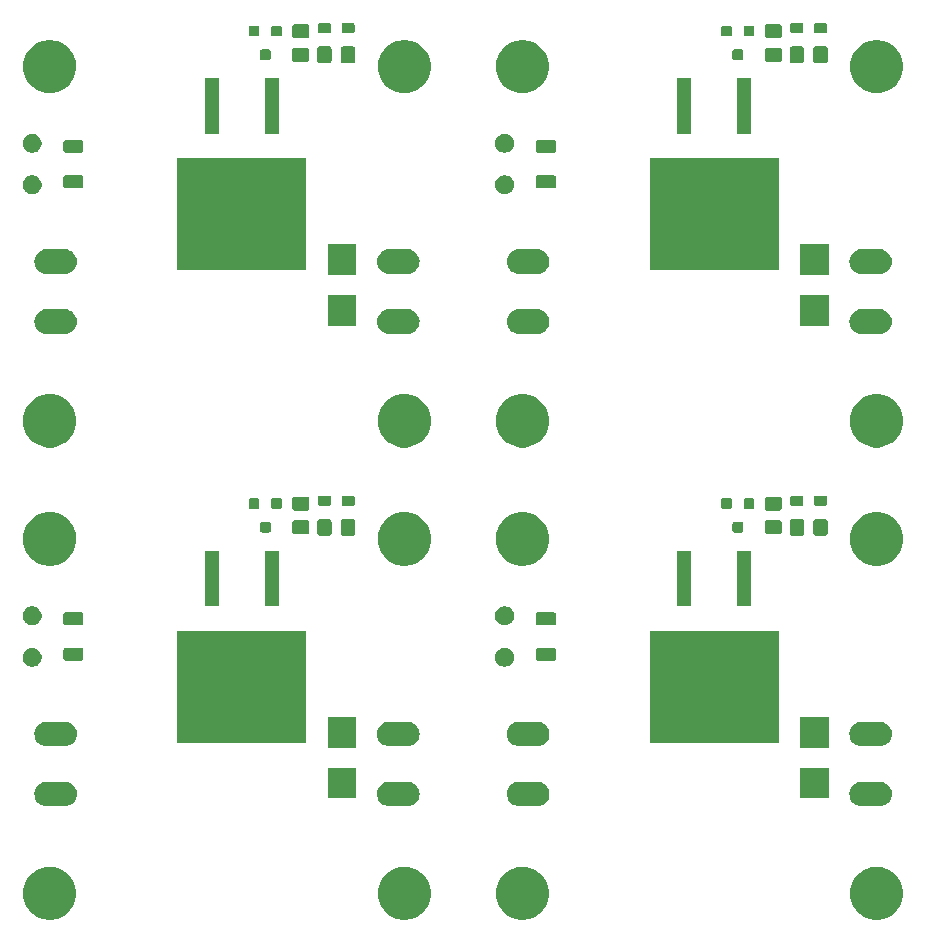
<source format=gbr>
G04 #@! TF.GenerationSoftware,KiCad,Pcbnew,(5.1.5)-3*
G04 #@! TF.CreationDate,2019-12-17T16:33:14+01:00*
G04 #@! TF.ProjectId,Copper,436f7070-6572-42e6-9b69-6361645f7063,rev?*
G04 #@! TF.SameCoordinates,Original*
G04 #@! TF.FileFunction,Soldermask,Top*
G04 #@! TF.FilePolarity,Negative*
%FSLAX46Y46*%
G04 Gerber Fmt 4.6, Leading zero omitted, Abs format (unit mm)*
G04 Created by KiCad (PCBNEW (5.1.5)-3) date 2019-12-17 16:33:14*
%MOMM*%
%LPD*%
G04 APERTURE LIST*
%ADD10C,0.100000*%
G04 APERTURE END LIST*
D10*
G36*
X153938953Y-166293233D02*
G01*
X154156301Y-166336466D01*
X154565775Y-166506076D01*
X154934292Y-166752311D01*
X155247689Y-167065708D01*
X155493924Y-167434225D01*
X155663534Y-167843699D01*
X155750000Y-168278394D01*
X155750000Y-168721606D01*
X155663534Y-169156301D01*
X155493924Y-169565775D01*
X155247689Y-169934292D01*
X154934292Y-170247689D01*
X154565775Y-170493924D01*
X154156301Y-170663534D01*
X153938953Y-170706767D01*
X153721607Y-170750000D01*
X153278393Y-170750000D01*
X153061047Y-170706767D01*
X152843699Y-170663534D01*
X152434225Y-170493924D01*
X152065708Y-170247689D01*
X151752311Y-169934292D01*
X151506076Y-169565775D01*
X151336466Y-169156301D01*
X151250000Y-168721606D01*
X151250000Y-168278394D01*
X151336466Y-167843699D01*
X151506076Y-167434225D01*
X151752311Y-167065708D01*
X152065708Y-166752311D01*
X152434225Y-166506076D01*
X152843699Y-166336466D01*
X153061047Y-166293233D01*
X153278393Y-166250000D01*
X153721607Y-166250000D01*
X153938953Y-166293233D01*
G37*
G36*
X113938953Y-166293233D02*
G01*
X114156301Y-166336466D01*
X114565775Y-166506076D01*
X114934292Y-166752311D01*
X115247689Y-167065708D01*
X115493924Y-167434225D01*
X115663534Y-167843699D01*
X115750000Y-168278394D01*
X115750000Y-168721606D01*
X115663534Y-169156301D01*
X115493924Y-169565775D01*
X115247689Y-169934292D01*
X114934292Y-170247689D01*
X114565775Y-170493924D01*
X114156301Y-170663534D01*
X113938953Y-170706767D01*
X113721607Y-170750000D01*
X113278393Y-170750000D01*
X113061047Y-170706767D01*
X112843699Y-170663534D01*
X112434225Y-170493924D01*
X112065708Y-170247689D01*
X111752311Y-169934292D01*
X111506076Y-169565775D01*
X111336466Y-169156301D01*
X111250000Y-168721606D01*
X111250000Y-168278394D01*
X111336466Y-167843699D01*
X111506076Y-167434225D01*
X111752311Y-167065708D01*
X112065708Y-166752311D01*
X112434225Y-166506076D01*
X112843699Y-166336466D01*
X113061047Y-166293233D01*
X113278393Y-166250000D01*
X113721607Y-166250000D01*
X113938953Y-166293233D01*
G37*
G36*
X83938953Y-166293233D02*
G01*
X84156301Y-166336466D01*
X84565775Y-166506076D01*
X84934292Y-166752311D01*
X85247689Y-167065708D01*
X85493924Y-167434225D01*
X85663534Y-167843699D01*
X85750000Y-168278394D01*
X85750000Y-168721606D01*
X85663534Y-169156301D01*
X85493924Y-169565775D01*
X85247689Y-169934292D01*
X84934292Y-170247689D01*
X84565775Y-170493924D01*
X84156301Y-170663534D01*
X83938953Y-170706767D01*
X83721607Y-170750000D01*
X83278393Y-170750000D01*
X83061047Y-170706767D01*
X82843699Y-170663534D01*
X82434225Y-170493924D01*
X82065708Y-170247689D01*
X81752311Y-169934292D01*
X81506076Y-169565775D01*
X81336466Y-169156301D01*
X81250000Y-168721606D01*
X81250000Y-168278394D01*
X81336466Y-167843699D01*
X81506076Y-167434225D01*
X81752311Y-167065708D01*
X82065708Y-166752311D01*
X82434225Y-166506076D01*
X82843699Y-166336466D01*
X83061047Y-166293233D01*
X83278393Y-166250000D01*
X83721607Y-166250000D01*
X83938953Y-166293233D01*
G37*
G36*
X123938953Y-166293233D02*
G01*
X124156301Y-166336466D01*
X124565775Y-166506076D01*
X124934292Y-166752311D01*
X125247689Y-167065708D01*
X125493924Y-167434225D01*
X125663534Y-167843699D01*
X125750000Y-168278394D01*
X125750000Y-168721606D01*
X125663534Y-169156301D01*
X125493924Y-169565775D01*
X125247689Y-169934292D01*
X124934292Y-170247689D01*
X124565775Y-170493924D01*
X124156301Y-170663534D01*
X123938953Y-170706767D01*
X123721607Y-170750000D01*
X123278393Y-170750000D01*
X123061047Y-170706767D01*
X122843699Y-170663534D01*
X122434225Y-170493924D01*
X122065708Y-170247689D01*
X121752311Y-169934292D01*
X121506076Y-169565775D01*
X121336466Y-169156301D01*
X121250000Y-168721606D01*
X121250000Y-168278394D01*
X121336466Y-167843699D01*
X121506076Y-167434225D01*
X121752311Y-167065708D01*
X122065708Y-166752311D01*
X122434225Y-166506076D01*
X122843699Y-166336466D01*
X123061047Y-166293233D01*
X123278393Y-166250000D01*
X123721607Y-166250000D01*
X123938953Y-166293233D01*
G37*
G36*
X84853097Y-159034069D02*
G01*
X84956032Y-159044207D01*
X85154146Y-159104305D01*
X85154149Y-159104306D01*
X85250975Y-159156061D01*
X85336729Y-159201897D01*
X85496765Y-159333235D01*
X85628103Y-159493271D01*
X85673939Y-159579025D01*
X85725694Y-159675851D01*
X85725695Y-159675854D01*
X85785793Y-159873968D01*
X85806085Y-160080000D01*
X85785793Y-160286032D01*
X85735750Y-160451000D01*
X85725694Y-160484149D01*
X85673939Y-160580975D01*
X85628103Y-160666729D01*
X85496765Y-160826765D01*
X85336729Y-160958103D01*
X85250975Y-161003939D01*
X85154149Y-161055694D01*
X85154146Y-161055695D01*
X84956032Y-161115793D01*
X84853097Y-161125931D01*
X84801631Y-161131000D01*
X83198369Y-161131000D01*
X83146903Y-161125931D01*
X83043968Y-161115793D01*
X82845854Y-161055695D01*
X82845851Y-161055694D01*
X82749025Y-161003939D01*
X82663271Y-160958103D01*
X82503235Y-160826765D01*
X82371897Y-160666729D01*
X82326061Y-160580975D01*
X82274306Y-160484149D01*
X82264250Y-160451000D01*
X82214207Y-160286032D01*
X82193915Y-160080000D01*
X82214207Y-159873968D01*
X82274305Y-159675854D01*
X82274306Y-159675851D01*
X82326061Y-159579025D01*
X82371897Y-159493271D01*
X82503235Y-159333235D01*
X82663271Y-159201897D01*
X82749025Y-159156061D01*
X82845851Y-159104306D01*
X82845854Y-159104305D01*
X83043968Y-159044207D01*
X83146903Y-159034069D01*
X83198369Y-159029000D01*
X84801631Y-159029000D01*
X84853097Y-159034069D01*
G37*
G36*
X124853097Y-159034069D02*
G01*
X124956032Y-159044207D01*
X125154146Y-159104305D01*
X125154149Y-159104306D01*
X125250975Y-159156061D01*
X125336729Y-159201897D01*
X125496765Y-159333235D01*
X125628103Y-159493271D01*
X125673939Y-159579025D01*
X125725694Y-159675851D01*
X125725695Y-159675854D01*
X125785793Y-159873968D01*
X125806085Y-160080000D01*
X125785793Y-160286032D01*
X125735750Y-160451000D01*
X125725694Y-160484149D01*
X125673939Y-160580975D01*
X125628103Y-160666729D01*
X125496765Y-160826765D01*
X125336729Y-160958103D01*
X125250975Y-161003939D01*
X125154149Y-161055694D01*
X125154146Y-161055695D01*
X124956032Y-161115793D01*
X124853097Y-161125931D01*
X124801631Y-161131000D01*
X123198369Y-161131000D01*
X123146903Y-161125931D01*
X123043968Y-161115793D01*
X122845854Y-161055695D01*
X122845851Y-161055694D01*
X122749025Y-161003939D01*
X122663271Y-160958103D01*
X122503235Y-160826765D01*
X122371897Y-160666729D01*
X122326061Y-160580975D01*
X122274306Y-160484149D01*
X122264250Y-160451000D01*
X122214207Y-160286032D01*
X122193915Y-160080000D01*
X122214207Y-159873968D01*
X122274305Y-159675854D01*
X122274306Y-159675851D01*
X122326061Y-159579025D01*
X122371897Y-159493271D01*
X122503235Y-159333235D01*
X122663271Y-159201897D01*
X122749025Y-159156061D01*
X122845851Y-159104306D01*
X122845854Y-159104305D01*
X123043968Y-159044207D01*
X123146903Y-159034069D01*
X123198369Y-159029000D01*
X124801631Y-159029000D01*
X124853097Y-159034069D01*
G37*
G36*
X153853097Y-159034069D02*
G01*
X153956032Y-159044207D01*
X154154146Y-159104305D01*
X154154149Y-159104306D01*
X154250975Y-159156061D01*
X154336729Y-159201897D01*
X154496765Y-159333235D01*
X154628103Y-159493271D01*
X154673939Y-159579025D01*
X154725694Y-159675851D01*
X154725695Y-159675854D01*
X154785793Y-159873968D01*
X154806085Y-160080000D01*
X154785793Y-160286032D01*
X154735750Y-160451000D01*
X154725694Y-160484149D01*
X154673939Y-160580975D01*
X154628103Y-160666729D01*
X154496765Y-160826765D01*
X154336729Y-160958103D01*
X154250975Y-161003939D01*
X154154149Y-161055694D01*
X154154146Y-161055695D01*
X153956032Y-161115793D01*
X153853097Y-161125931D01*
X153801631Y-161131000D01*
X152198369Y-161131000D01*
X152146903Y-161125931D01*
X152043968Y-161115793D01*
X151845854Y-161055695D01*
X151845851Y-161055694D01*
X151749025Y-161003939D01*
X151663271Y-160958103D01*
X151503235Y-160826765D01*
X151371897Y-160666729D01*
X151326061Y-160580975D01*
X151274306Y-160484149D01*
X151264250Y-160451000D01*
X151214207Y-160286032D01*
X151193915Y-160080000D01*
X151214207Y-159873968D01*
X151274305Y-159675854D01*
X151274306Y-159675851D01*
X151326061Y-159579025D01*
X151371897Y-159493271D01*
X151503235Y-159333235D01*
X151663271Y-159201897D01*
X151749025Y-159156061D01*
X151845851Y-159104306D01*
X151845854Y-159104305D01*
X152043968Y-159044207D01*
X152146903Y-159034069D01*
X152198369Y-159029000D01*
X153801631Y-159029000D01*
X153853097Y-159034069D01*
G37*
G36*
X113853097Y-159034069D02*
G01*
X113956032Y-159044207D01*
X114154146Y-159104305D01*
X114154149Y-159104306D01*
X114250975Y-159156061D01*
X114336729Y-159201897D01*
X114496765Y-159333235D01*
X114628103Y-159493271D01*
X114673939Y-159579025D01*
X114725694Y-159675851D01*
X114725695Y-159675854D01*
X114785793Y-159873968D01*
X114806085Y-160080000D01*
X114785793Y-160286032D01*
X114735750Y-160451000D01*
X114725694Y-160484149D01*
X114673939Y-160580975D01*
X114628103Y-160666729D01*
X114496765Y-160826765D01*
X114336729Y-160958103D01*
X114250975Y-161003939D01*
X114154149Y-161055694D01*
X114154146Y-161055695D01*
X113956032Y-161115793D01*
X113853097Y-161125931D01*
X113801631Y-161131000D01*
X112198369Y-161131000D01*
X112146903Y-161125931D01*
X112043968Y-161115793D01*
X111845854Y-161055695D01*
X111845851Y-161055694D01*
X111749025Y-161003939D01*
X111663271Y-160958103D01*
X111503235Y-160826765D01*
X111371897Y-160666729D01*
X111326061Y-160580975D01*
X111274306Y-160484149D01*
X111264250Y-160451000D01*
X111214207Y-160286032D01*
X111193915Y-160080000D01*
X111214207Y-159873968D01*
X111274305Y-159675854D01*
X111274306Y-159675851D01*
X111326061Y-159579025D01*
X111371897Y-159493271D01*
X111503235Y-159333235D01*
X111663271Y-159201897D01*
X111749025Y-159156061D01*
X111845851Y-159104306D01*
X111845854Y-159104305D01*
X112043968Y-159044207D01*
X112146903Y-159034069D01*
X112198369Y-159029000D01*
X113801631Y-159029000D01*
X113853097Y-159034069D01*
G37*
G36*
X149451000Y-160451000D02*
G01*
X147049000Y-160451000D01*
X147049000Y-157849000D01*
X149451000Y-157849000D01*
X149451000Y-160451000D01*
G37*
G36*
X109451000Y-160451000D02*
G01*
X107049000Y-160451000D01*
X107049000Y-157849000D01*
X109451000Y-157849000D01*
X109451000Y-160451000D01*
G37*
G36*
X109451000Y-156151000D02*
G01*
X107049000Y-156151000D01*
X107049000Y-153549000D01*
X109451000Y-153549000D01*
X109451000Y-156151000D01*
G37*
G36*
X149451000Y-156151000D02*
G01*
X147049000Y-156151000D01*
X147049000Y-153549000D01*
X149451000Y-153549000D01*
X149451000Y-156151000D01*
G37*
G36*
X124853097Y-153954069D02*
G01*
X124956032Y-153964207D01*
X125154146Y-154024305D01*
X125154149Y-154024306D01*
X125250975Y-154076061D01*
X125336729Y-154121897D01*
X125496765Y-154253235D01*
X125628103Y-154413271D01*
X125673939Y-154499025D01*
X125725694Y-154595851D01*
X125725695Y-154595854D01*
X125785793Y-154793968D01*
X125806085Y-155000000D01*
X125785793Y-155206032D01*
X125725695Y-155404146D01*
X125725694Y-155404149D01*
X125673939Y-155500975D01*
X125628103Y-155586729D01*
X125496765Y-155746765D01*
X125336729Y-155878103D01*
X125250975Y-155923939D01*
X125154149Y-155975694D01*
X125154146Y-155975695D01*
X124956032Y-156035793D01*
X124853097Y-156045931D01*
X124801631Y-156051000D01*
X123198369Y-156051000D01*
X123146903Y-156045931D01*
X123043968Y-156035793D01*
X122845854Y-155975695D01*
X122845851Y-155975694D01*
X122749025Y-155923939D01*
X122663271Y-155878103D01*
X122503235Y-155746765D01*
X122371897Y-155586729D01*
X122326061Y-155500975D01*
X122274306Y-155404149D01*
X122274305Y-155404146D01*
X122214207Y-155206032D01*
X122193915Y-155000000D01*
X122214207Y-154793968D01*
X122274305Y-154595854D01*
X122274306Y-154595851D01*
X122326061Y-154499025D01*
X122371897Y-154413271D01*
X122503235Y-154253235D01*
X122663271Y-154121897D01*
X122749025Y-154076061D01*
X122845851Y-154024306D01*
X122845854Y-154024305D01*
X123043968Y-153964207D01*
X123146903Y-153954069D01*
X123198369Y-153949000D01*
X124801631Y-153949000D01*
X124853097Y-153954069D01*
G37*
G36*
X84853097Y-153954069D02*
G01*
X84956032Y-153964207D01*
X85154146Y-154024305D01*
X85154149Y-154024306D01*
X85250975Y-154076061D01*
X85336729Y-154121897D01*
X85496765Y-154253235D01*
X85628103Y-154413271D01*
X85673939Y-154499025D01*
X85725694Y-154595851D01*
X85725695Y-154595854D01*
X85785793Y-154793968D01*
X85806085Y-155000000D01*
X85785793Y-155206032D01*
X85725695Y-155404146D01*
X85725694Y-155404149D01*
X85673939Y-155500975D01*
X85628103Y-155586729D01*
X85496765Y-155746765D01*
X85336729Y-155878103D01*
X85250975Y-155923939D01*
X85154149Y-155975694D01*
X85154146Y-155975695D01*
X84956032Y-156035793D01*
X84853097Y-156045931D01*
X84801631Y-156051000D01*
X83198369Y-156051000D01*
X83146903Y-156045931D01*
X83043968Y-156035793D01*
X82845854Y-155975695D01*
X82845851Y-155975694D01*
X82749025Y-155923939D01*
X82663271Y-155878103D01*
X82503235Y-155746765D01*
X82371897Y-155586729D01*
X82326061Y-155500975D01*
X82274306Y-155404149D01*
X82274305Y-155404146D01*
X82214207Y-155206032D01*
X82193915Y-155000000D01*
X82214207Y-154793968D01*
X82274305Y-154595854D01*
X82274306Y-154595851D01*
X82326061Y-154499025D01*
X82371897Y-154413271D01*
X82503235Y-154253235D01*
X82663271Y-154121897D01*
X82749025Y-154076061D01*
X82845851Y-154024306D01*
X82845854Y-154024305D01*
X83043968Y-153964207D01*
X83146903Y-153954069D01*
X83198369Y-153949000D01*
X84801631Y-153949000D01*
X84853097Y-153954069D01*
G37*
G36*
X153853097Y-153954069D02*
G01*
X153956032Y-153964207D01*
X154154146Y-154024305D01*
X154154149Y-154024306D01*
X154250975Y-154076061D01*
X154336729Y-154121897D01*
X154496765Y-154253235D01*
X154628103Y-154413271D01*
X154673939Y-154499025D01*
X154725694Y-154595851D01*
X154725695Y-154595854D01*
X154785793Y-154793968D01*
X154806085Y-155000000D01*
X154785793Y-155206032D01*
X154725695Y-155404146D01*
X154725694Y-155404149D01*
X154673939Y-155500975D01*
X154628103Y-155586729D01*
X154496765Y-155746765D01*
X154336729Y-155878103D01*
X154250975Y-155923939D01*
X154154149Y-155975694D01*
X154154146Y-155975695D01*
X153956032Y-156035793D01*
X153853097Y-156045931D01*
X153801631Y-156051000D01*
X152198369Y-156051000D01*
X152146903Y-156045931D01*
X152043968Y-156035793D01*
X151845854Y-155975695D01*
X151845851Y-155975694D01*
X151749025Y-155923939D01*
X151663271Y-155878103D01*
X151503235Y-155746765D01*
X151371897Y-155586729D01*
X151326061Y-155500975D01*
X151274306Y-155404149D01*
X151274305Y-155404146D01*
X151214207Y-155206032D01*
X151193915Y-155000000D01*
X151214207Y-154793968D01*
X151274305Y-154595854D01*
X151274306Y-154595851D01*
X151326061Y-154499025D01*
X151371897Y-154413271D01*
X151503235Y-154253235D01*
X151663271Y-154121897D01*
X151749025Y-154076061D01*
X151845851Y-154024306D01*
X151845854Y-154024305D01*
X152043968Y-153964207D01*
X152146903Y-153954069D01*
X152198369Y-153949000D01*
X153801631Y-153949000D01*
X153853097Y-153954069D01*
G37*
G36*
X113853097Y-153954069D02*
G01*
X113956032Y-153964207D01*
X114154146Y-154024305D01*
X114154149Y-154024306D01*
X114250975Y-154076061D01*
X114336729Y-154121897D01*
X114496765Y-154253235D01*
X114628103Y-154413271D01*
X114673939Y-154499025D01*
X114725694Y-154595851D01*
X114725695Y-154595854D01*
X114785793Y-154793968D01*
X114806085Y-155000000D01*
X114785793Y-155206032D01*
X114725695Y-155404146D01*
X114725694Y-155404149D01*
X114673939Y-155500975D01*
X114628103Y-155586729D01*
X114496765Y-155746765D01*
X114336729Y-155878103D01*
X114250975Y-155923939D01*
X114154149Y-155975694D01*
X114154146Y-155975695D01*
X113956032Y-156035793D01*
X113853097Y-156045931D01*
X113801631Y-156051000D01*
X112198369Y-156051000D01*
X112146903Y-156045931D01*
X112043968Y-156035793D01*
X111845854Y-155975695D01*
X111845851Y-155975694D01*
X111749025Y-155923939D01*
X111663271Y-155878103D01*
X111503235Y-155746765D01*
X111371897Y-155586729D01*
X111326061Y-155500975D01*
X111274306Y-155404149D01*
X111274305Y-155404146D01*
X111214207Y-155206032D01*
X111193915Y-155000000D01*
X111214207Y-154793968D01*
X111274305Y-154595854D01*
X111274306Y-154595851D01*
X111326061Y-154499025D01*
X111371897Y-154413271D01*
X111503235Y-154253235D01*
X111663271Y-154121897D01*
X111749025Y-154076061D01*
X111845851Y-154024306D01*
X111845854Y-154024305D01*
X112043968Y-153964207D01*
X112146903Y-153954069D01*
X112198369Y-153949000D01*
X113801631Y-153949000D01*
X113853097Y-153954069D01*
G37*
G36*
X145201000Y-155751000D02*
G01*
X134299000Y-155751000D01*
X134299000Y-146249000D01*
X145201000Y-146249000D01*
X145201000Y-155751000D01*
G37*
G36*
X105201000Y-155751000D02*
G01*
X94299000Y-155751000D01*
X94299000Y-146249000D01*
X105201000Y-146249000D01*
X105201000Y-155751000D01*
G37*
G36*
X82233642Y-147729781D02*
G01*
X82354137Y-147779692D01*
X82379416Y-147790163D01*
X82510608Y-147877822D01*
X82622178Y-147989392D01*
X82709837Y-148120584D01*
X82709838Y-148120586D01*
X82770219Y-148266358D01*
X82801000Y-148421107D01*
X82801000Y-148578893D01*
X82770219Y-148733642D01*
X82749266Y-148784226D01*
X82709837Y-148879416D01*
X82622178Y-149010608D01*
X82510608Y-149122178D01*
X82379416Y-149209837D01*
X82379415Y-149209838D01*
X82379414Y-149209838D01*
X82233642Y-149270219D01*
X82078893Y-149301000D01*
X81921107Y-149301000D01*
X81766358Y-149270219D01*
X81620586Y-149209838D01*
X81620585Y-149209838D01*
X81620584Y-149209837D01*
X81489392Y-149122178D01*
X81377822Y-149010608D01*
X81290163Y-148879416D01*
X81250734Y-148784226D01*
X81229781Y-148733642D01*
X81199000Y-148578893D01*
X81199000Y-148421107D01*
X81229781Y-148266358D01*
X81290162Y-148120586D01*
X81290163Y-148120584D01*
X81377822Y-147989392D01*
X81489392Y-147877822D01*
X81620584Y-147790163D01*
X81645863Y-147779692D01*
X81766358Y-147729781D01*
X81921107Y-147699000D01*
X82078893Y-147699000D01*
X82233642Y-147729781D01*
G37*
G36*
X122233642Y-147729781D02*
G01*
X122354137Y-147779692D01*
X122379416Y-147790163D01*
X122510608Y-147877822D01*
X122622178Y-147989392D01*
X122709837Y-148120584D01*
X122709838Y-148120586D01*
X122770219Y-148266358D01*
X122801000Y-148421107D01*
X122801000Y-148578893D01*
X122770219Y-148733642D01*
X122749266Y-148784226D01*
X122709837Y-148879416D01*
X122622178Y-149010608D01*
X122510608Y-149122178D01*
X122379416Y-149209837D01*
X122379415Y-149209838D01*
X122379414Y-149209838D01*
X122233642Y-149270219D01*
X122078893Y-149301000D01*
X121921107Y-149301000D01*
X121766358Y-149270219D01*
X121620586Y-149209838D01*
X121620585Y-149209838D01*
X121620584Y-149209837D01*
X121489392Y-149122178D01*
X121377822Y-149010608D01*
X121290163Y-148879416D01*
X121250734Y-148784226D01*
X121229781Y-148733642D01*
X121199000Y-148578893D01*
X121199000Y-148421107D01*
X121229781Y-148266358D01*
X121290162Y-148120586D01*
X121290163Y-148120584D01*
X121377822Y-147989392D01*
X121489392Y-147877822D01*
X121620584Y-147790163D01*
X121645863Y-147779692D01*
X121766358Y-147729781D01*
X121921107Y-147699000D01*
X122078893Y-147699000D01*
X122233642Y-147729781D01*
G37*
G36*
X126179434Y-147703686D02*
G01*
X126219284Y-147715774D01*
X126255999Y-147735399D01*
X126288186Y-147761814D01*
X126314601Y-147794001D01*
X126334226Y-147830716D01*
X126346314Y-147870566D01*
X126351000Y-147918141D01*
X126351000Y-148581859D01*
X126346314Y-148629434D01*
X126334226Y-148669284D01*
X126314601Y-148705999D01*
X126288186Y-148738186D01*
X126255999Y-148764601D01*
X126219284Y-148784226D01*
X126179434Y-148796314D01*
X126131859Y-148801000D01*
X124868141Y-148801000D01*
X124820566Y-148796314D01*
X124780716Y-148784226D01*
X124744001Y-148764601D01*
X124711814Y-148738186D01*
X124685399Y-148705999D01*
X124665774Y-148669284D01*
X124653686Y-148629434D01*
X124649000Y-148581859D01*
X124649000Y-147918141D01*
X124653686Y-147870566D01*
X124665774Y-147830716D01*
X124685399Y-147794001D01*
X124711814Y-147761814D01*
X124744001Y-147735399D01*
X124780716Y-147715774D01*
X124820566Y-147703686D01*
X124868141Y-147699000D01*
X126131859Y-147699000D01*
X126179434Y-147703686D01*
G37*
G36*
X86179434Y-147703686D02*
G01*
X86219284Y-147715774D01*
X86255999Y-147735399D01*
X86288186Y-147761814D01*
X86314601Y-147794001D01*
X86334226Y-147830716D01*
X86346314Y-147870566D01*
X86351000Y-147918141D01*
X86351000Y-148581859D01*
X86346314Y-148629434D01*
X86334226Y-148669284D01*
X86314601Y-148705999D01*
X86288186Y-148738186D01*
X86255999Y-148764601D01*
X86219284Y-148784226D01*
X86179434Y-148796314D01*
X86131859Y-148801000D01*
X84868141Y-148801000D01*
X84820566Y-148796314D01*
X84780716Y-148784226D01*
X84744001Y-148764601D01*
X84711814Y-148738186D01*
X84685399Y-148705999D01*
X84665774Y-148669284D01*
X84653686Y-148629434D01*
X84649000Y-148581859D01*
X84649000Y-147918141D01*
X84653686Y-147870566D01*
X84665774Y-147830716D01*
X84685399Y-147794001D01*
X84711814Y-147761814D01*
X84744001Y-147735399D01*
X84780716Y-147715774D01*
X84820566Y-147703686D01*
X84868141Y-147699000D01*
X86131859Y-147699000D01*
X86179434Y-147703686D01*
G37*
G36*
X86179434Y-144703686D02*
G01*
X86219284Y-144715774D01*
X86255999Y-144735399D01*
X86288186Y-144761814D01*
X86314601Y-144794001D01*
X86334226Y-144830716D01*
X86346314Y-144870566D01*
X86351000Y-144918141D01*
X86351000Y-145581859D01*
X86346314Y-145629434D01*
X86334226Y-145669284D01*
X86314601Y-145705999D01*
X86288186Y-145738186D01*
X86255999Y-145764601D01*
X86219284Y-145784226D01*
X86179434Y-145796314D01*
X86131859Y-145801000D01*
X84868141Y-145801000D01*
X84820566Y-145796314D01*
X84780716Y-145784226D01*
X84744001Y-145764601D01*
X84711814Y-145738186D01*
X84685399Y-145705999D01*
X84665774Y-145669284D01*
X84653686Y-145629434D01*
X84649000Y-145581859D01*
X84649000Y-144918141D01*
X84653686Y-144870566D01*
X84665774Y-144830716D01*
X84685399Y-144794001D01*
X84711814Y-144761814D01*
X84744001Y-144735399D01*
X84780716Y-144715774D01*
X84820566Y-144703686D01*
X84868141Y-144699000D01*
X86131859Y-144699000D01*
X86179434Y-144703686D01*
G37*
G36*
X82233642Y-144229781D02*
G01*
X82379414Y-144290162D01*
X82379416Y-144290163D01*
X82510608Y-144377822D01*
X82622178Y-144489392D01*
X82709837Y-144620584D01*
X82709838Y-144620586D01*
X82770219Y-144766358D01*
X82801000Y-144921107D01*
X82801000Y-145078893D01*
X82770219Y-145233642D01*
X82709838Y-145379414D01*
X82709837Y-145379416D01*
X82622178Y-145510608D01*
X82510608Y-145622178D01*
X82379416Y-145709837D01*
X82379415Y-145709838D01*
X82379414Y-145709838D01*
X82233642Y-145770219D01*
X82078893Y-145801000D01*
X81921107Y-145801000D01*
X81766358Y-145770219D01*
X81620586Y-145709838D01*
X81620585Y-145709838D01*
X81620584Y-145709837D01*
X81489392Y-145622178D01*
X81377822Y-145510608D01*
X81290163Y-145379416D01*
X81290162Y-145379414D01*
X81229781Y-145233642D01*
X81199000Y-145078893D01*
X81199000Y-144921107D01*
X81229781Y-144766358D01*
X81290162Y-144620586D01*
X81290163Y-144620584D01*
X81377822Y-144489392D01*
X81489392Y-144377822D01*
X81620584Y-144290163D01*
X81620586Y-144290162D01*
X81766358Y-144229781D01*
X81921107Y-144199000D01*
X82078893Y-144199000D01*
X82233642Y-144229781D01*
G37*
G36*
X126179434Y-144703686D02*
G01*
X126219284Y-144715774D01*
X126255999Y-144735399D01*
X126288186Y-144761814D01*
X126314601Y-144794001D01*
X126334226Y-144830716D01*
X126346314Y-144870566D01*
X126351000Y-144918141D01*
X126351000Y-145581859D01*
X126346314Y-145629434D01*
X126334226Y-145669284D01*
X126314601Y-145705999D01*
X126288186Y-145738186D01*
X126255999Y-145764601D01*
X126219284Y-145784226D01*
X126179434Y-145796314D01*
X126131859Y-145801000D01*
X124868141Y-145801000D01*
X124820566Y-145796314D01*
X124780716Y-145784226D01*
X124744001Y-145764601D01*
X124711814Y-145738186D01*
X124685399Y-145705999D01*
X124665774Y-145669284D01*
X124653686Y-145629434D01*
X124649000Y-145581859D01*
X124649000Y-144918141D01*
X124653686Y-144870566D01*
X124665774Y-144830716D01*
X124685399Y-144794001D01*
X124711814Y-144761814D01*
X124744001Y-144735399D01*
X124780716Y-144715774D01*
X124820566Y-144703686D01*
X124868141Y-144699000D01*
X126131859Y-144699000D01*
X126179434Y-144703686D01*
G37*
G36*
X122233642Y-144229781D02*
G01*
X122379414Y-144290162D01*
X122379416Y-144290163D01*
X122510608Y-144377822D01*
X122622178Y-144489392D01*
X122709837Y-144620584D01*
X122709838Y-144620586D01*
X122770219Y-144766358D01*
X122801000Y-144921107D01*
X122801000Y-145078893D01*
X122770219Y-145233642D01*
X122709838Y-145379414D01*
X122709837Y-145379416D01*
X122622178Y-145510608D01*
X122510608Y-145622178D01*
X122379416Y-145709837D01*
X122379415Y-145709838D01*
X122379414Y-145709838D01*
X122233642Y-145770219D01*
X122078893Y-145801000D01*
X121921107Y-145801000D01*
X121766358Y-145770219D01*
X121620586Y-145709838D01*
X121620585Y-145709838D01*
X121620584Y-145709837D01*
X121489392Y-145622178D01*
X121377822Y-145510608D01*
X121290163Y-145379416D01*
X121290162Y-145379414D01*
X121229781Y-145233642D01*
X121199000Y-145078893D01*
X121199000Y-144921107D01*
X121229781Y-144766358D01*
X121290162Y-144620586D01*
X121290163Y-144620584D01*
X121377822Y-144489392D01*
X121489392Y-144377822D01*
X121620584Y-144290163D01*
X121620586Y-144290162D01*
X121766358Y-144229781D01*
X121921107Y-144199000D01*
X122078893Y-144199000D01*
X122233642Y-144229781D01*
G37*
G36*
X142891000Y-144201000D02*
G01*
X141689000Y-144201000D01*
X141689000Y-139499000D01*
X142891000Y-139499000D01*
X142891000Y-144201000D01*
G37*
G36*
X97811000Y-144201000D02*
G01*
X96609000Y-144201000D01*
X96609000Y-139499000D01*
X97811000Y-139499000D01*
X97811000Y-144201000D01*
G37*
G36*
X102891000Y-144201000D02*
G01*
X101689000Y-144201000D01*
X101689000Y-139499000D01*
X102891000Y-139499000D01*
X102891000Y-144201000D01*
G37*
G36*
X137811000Y-144201000D02*
G01*
X136609000Y-144201000D01*
X136609000Y-139499000D01*
X137811000Y-139499000D01*
X137811000Y-144201000D01*
G37*
G36*
X114156301Y-136336466D02*
G01*
X114565775Y-136506076D01*
X114934292Y-136752311D01*
X115247689Y-137065708D01*
X115493924Y-137434225D01*
X115663534Y-137843699D01*
X115681954Y-137936302D01*
X115731318Y-138184470D01*
X115750000Y-138278394D01*
X115750000Y-138721606D01*
X115663534Y-139156301D01*
X115493924Y-139565775D01*
X115247689Y-139934292D01*
X114934292Y-140247689D01*
X114565775Y-140493924D01*
X114156301Y-140663534D01*
X113938953Y-140706767D01*
X113721607Y-140750000D01*
X113278393Y-140750000D01*
X113061047Y-140706767D01*
X112843699Y-140663534D01*
X112434225Y-140493924D01*
X112065708Y-140247689D01*
X111752311Y-139934292D01*
X111506076Y-139565775D01*
X111336466Y-139156301D01*
X111250000Y-138721606D01*
X111250000Y-138278394D01*
X111268683Y-138184470D01*
X111318046Y-137936302D01*
X111336466Y-137843699D01*
X111506076Y-137434225D01*
X111752311Y-137065708D01*
X112065708Y-136752311D01*
X112434225Y-136506076D01*
X112843699Y-136336466D01*
X113278393Y-136250000D01*
X113721607Y-136250000D01*
X114156301Y-136336466D01*
G37*
G36*
X124156301Y-136336466D02*
G01*
X124565775Y-136506076D01*
X124934292Y-136752311D01*
X125247689Y-137065708D01*
X125493924Y-137434225D01*
X125663534Y-137843699D01*
X125681954Y-137936302D01*
X125731318Y-138184470D01*
X125750000Y-138278394D01*
X125750000Y-138721606D01*
X125663534Y-139156301D01*
X125493924Y-139565775D01*
X125247689Y-139934292D01*
X124934292Y-140247689D01*
X124565775Y-140493924D01*
X124156301Y-140663534D01*
X123938953Y-140706767D01*
X123721607Y-140750000D01*
X123278393Y-140750000D01*
X123061047Y-140706767D01*
X122843699Y-140663534D01*
X122434225Y-140493924D01*
X122065708Y-140247689D01*
X121752311Y-139934292D01*
X121506076Y-139565775D01*
X121336466Y-139156301D01*
X121250000Y-138721606D01*
X121250000Y-138278394D01*
X121268683Y-138184470D01*
X121318046Y-137936302D01*
X121336466Y-137843699D01*
X121506076Y-137434225D01*
X121752311Y-137065708D01*
X122065708Y-136752311D01*
X122434225Y-136506076D01*
X122843699Y-136336466D01*
X123278393Y-136250000D01*
X123721607Y-136250000D01*
X124156301Y-136336466D01*
G37*
G36*
X154156301Y-136336466D02*
G01*
X154565775Y-136506076D01*
X154934292Y-136752311D01*
X155247689Y-137065708D01*
X155493924Y-137434225D01*
X155663534Y-137843699D01*
X155681954Y-137936302D01*
X155731318Y-138184470D01*
X155750000Y-138278394D01*
X155750000Y-138721606D01*
X155663534Y-139156301D01*
X155493924Y-139565775D01*
X155247689Y-139934292D01*
X154934292Y-140247689D01*
X154565775Y-140493924D01*
X154156301Y-140663534D01*
X153938953Y-140706767D01*
X153721607Y-140750000D01*
X153278393Y-140750000D01*
X153061047Y-140706767D01*
X152843699Y-140663534D01*
X152434225Y-140493924D01*
X152065708Y-140247689D01*
X151752311Y-139934292D01*
X151506076Y-139565775D01*
X151336466Y-139156301D01*
X151250000Y-138721606D01*
X151250000Y-138278394D01*
X151268683Y-138184470D01*
X151318046Y-137936302D01*
X151336466Y-137843699D01*
X151506076Y-137434225D01*
X151752311Y-137065708D01*
X152065708Y-136752311D01*
X152434225Y-136506076D01*
X152843699Y-136336466D01*
X153278393Y-136250000D01*
X153721607Y-136250000D01*
X154156301Y-136336466D01*
G37*
G36*
X84156301Y-136336466D02*
G01*
X84565775Y-136506076D01*
X84934292Y-136752311D01*
X85247689Y-137065708D01*
X85493924Y-137434225D01*
X85663534Y-137843699D01*
X85681954Y-137936302D01*
X85731318Y-138184470D01*
X85750000Y-138278394D01*
X85750000Y-138721606D01*
X85663534Y-139156301D01*
X85493924Y-139565775D01*
X85247689Y-139934292D01*
X84934292Y-140247689D01*
X84565775Y-140493924D01*
X84156301Y-140663534D01*
X83938953Y-140706767D01*
X83721607Y-140750000D01*
X83278393Y-140750000D01*
X83061047Y-140706767D01*
X82843699Y-140663534D01*
X82434225Y-140493924D01*
X82065708Y-140247689D01*
X81752311Y-139934292D01*
X81506076Y-139565775D01*
X81336466Y-139156301D01*
X81250000Y-138721606D01*
X81250000Y-138278394D01*
X81268683Y-138184470D01*
X81318046Y-137936302D01*
X81336466Y-137843699D01*
X81506076Y-137434225D01*
X81752311Y-137065708D01*
X82065708Y-136752311D01*
X82434225Y-136506076D01*
X82843699Y-136336466D01*
X83278393Y-136250000D01*
X83721607Y-136250000D01*
X84156301Y-136336466D01*
G37*
G36*
X109158715Y-136780156D02*
G01*
X109203155Y-136793637D01*
X109244113Y-136815530D01*
X109280011Y-136844989D01*
X109309470Y-136880887D01*
X109331363Y-136921845D01*
X109344844Y-136966285D01*
X109350000Y-137018640D01*
X109350000Y-137981360D01*
X109344844Y-138033715D01*
X109331363Y-138078155D01*
X109309470Y-138119113D01*
X109280011Y-138155011D01*
X109244113Y-138184470D01*
X109203155Y-138206363D01*
X109158715Y-138219844D01*
X109106360Y-138225000D01*
X108393640Y-138225000D01*
X108341285Y-138219844D01*
X108296845Y-138206363D01*
X108255887Y-138184470D01*
X108219989Y-138155011D01*
X108190530Y-138119113D01*
X108168637Y-138078155D01*
X108155156Y-138033715D01*
X108150000Y-137981360D01*
X108150000Y-137018640D01*
X108155156Y-136966285D01*
X108168637Y-136921845D01*
X108190530Y-136880887D01*
X108219989Y-136844989D01*
X108255887Y-136815530D01*
X108296845Y-136793637D01*
X108341285Y-136780156D01*
X108393640Y-136775000D01*
X109106360Y-136775000D01*
X109158715Y-136780156D01*
G37*
G36*
X107158715Y-136780156D02*
G01*
X107203155Y-136793637D01*
X107244113Y-136815530D01*
X107280011Y-136844989D01*
X107309470Y-136880887D01*
X107331363Y-136921845D01*
X107344844Y-136966285D01*
X107350000Y-137018640D01*
X107350000Y-137981360D01*
X107344844Y-138033715D01*
X107331363Y-138078155D01*
X107309470Y-138119113D01*
X107280011Y-138155011D01*
X107244113Y-138184470D01*
X107203155Y-138206363D01*
X107158715Y-138219844D01*
X107106360Y-138225000D01*
X106393640Y-138225000D01*
X106341285Y-138219844D01*
X106296845Y-138206363D01*
X106255887Y-138184470D01*
X106219989Y-138155011D01*
X106190530Y-138119113D01*
X106168637Y-138078155D01*
X106155156Y-138033715D01*
X106150000Y-137981360D01*
X106150000Y-137018640D01*
X106155156Y-136966285D01*
X106168637Y-136921845D01*
X106190530Y-136880887D01*
X106219989Y-136844989D01*
X106255887Y-136815530D01*
X106296845Y-136793637D01*
X106341285Y-136780156D01*
X106393640Y-136775000D01*
X107106360Y-136775000D01*
X107158715Y-136780156D01*
G37*
G36*
X149158715Y-136780156D02*
G01*
X149203155Y-136793637D01*
X149244113Y-136815530D01*
X149280011Y-136844989D01*
X149309470Y-136880887D01*
X149331363Y-136921845D01*
X149344844Y-136966285D01*
X149350000Y-137018640D01*
X149350000Y-137981360D01*
X149344844Y-138033715D01*
X149331363Y-138078155D01*
X149309470Y-138119113D01*
X149280011Y-138155011D01*
X149244113Y-138184470D01*
X149203155Y-138206363D01*
X149158715Y-138219844D01*
X149106360Y-138225000D01*
X148393640Y-138225000D01*
X148341285Y-138219844D01*
X148296845Y-138206363D01*
X148255887Y-138184470D01*
X148219989Y-138155011D01*
X148190530Y-138119113D01*
X148168637Y-138078155D01*
X148155156Y-138033715D01*
X148150000Y-137981360D01*
X148150000Y-137018640D01*
X148155156Y-136966285D01*
X148168637Y-136921845D01*
X148190530Y-136880887D01*
X148219989Y-136844989D01*
X148255887Y-136815530D01*
X148296845Y-136793637D01*
X148341285Y-136780156D01*
X148393640Y-136775000D01*
X149106360Y-136775000D01*
X149158715Y-136780156D01*
G37*
G36*
X147158715Y-136780156D02*
G01*
X147203155Y-136793637D01*
X147244113Y-136815530D01*
X147280011Y-136844989D01*
X147309470Y-136880887D01*
X147331363Y-136921845D01*
X147344844Y-136966285D01*
X147350000Y-137018640D01*
X147350000Y-137981360D01*
X147344844Y-138033715D01*
X147331363Y-138078155D01*
X147309470Y-138119113D01*
X147280011Y-138155011D01*
X147244113Y-138184470D01*
X147203155Y-138206363D01*
X147158715Y-138219844D01*
X147106360Y-138225000D01*
X146393640Y-138225000D01*
X146341285Y-138219844D01*
X146296845Y-138206363D01*
X146255887Y-138184470D01*
X146219989Y-138155011D01*
X146190530Y-138119113D01*
X146168637Y-138078155D01*
X146155156Y-138033715D01*
X146150000Y-137981360D01*
X146150000Y-137018640D01*
X146155156Y-136966285D01*
X146168637Y-136921845D01*
X146190530Y-136880887D01*
X146219989Y-136844989D01*
X146255887Y-136815530D01*
X146296845Y-136793637D01*
X146341285Y-136780156D01*
X146393640Y-136775000D01*
X147106360Y-136775000D01*
X147158715Y-136780156D01*
G37*
G36*
X145283715Y-136905156D02*
G01*
X145328155Y-136918637D01*
X145369113Y-136940530D01*
X145405011Y-136969989D01*
X145434470Y-137005887D01*
X145456363Y-137046845D01*
X145469844Y-137091285D01*
X145475000Y-137143640D01*
X145475000Y-137856360D01*
X145469844Y-137908715D01*
X145456363Y-137953155D01*
X145434470Y-137994113D01*
X145405011Y-138030011D01*
X145369113Y-138059470D01*
X145328155Y-138081363D01*
X145283715Y-138094844D01*
X145231360Y-138100000D01*
X144268640Y-138100000D01*
X144216285Y-138094844D01*
X144171845Y-138081363D01*
X144130887Y-138059470D01*
X144094989Y-138030011D01*
X144065530Y-137994113D01*
X144043637Y-137953155D01*
X144030156Y-137908715D01*
X144025000Y-137856360D01*
X144025000Y-137143640D01*
X144030156Y-137091285D01*
X144043637Y-137046845D01*
X144065530Y-137005887D01*
X144094989Y-136969989D01*
X144130887Y-136940530D01*
X144171845Y-136918637D01*
X144216285Y-136905156D01*
X144268640Y-136900000D01*
X145231360Y-136900000D01*
X145283715Y-136905156D01*
G37*
G36*
X105283715Y-136905156D02*
G01*
X105328155Y-136918637D01*
X105369113Y-136940530D01*
X105405011Y-136969989D01*
X105434470Y-137005887D01*
X105456363Y-137046845D01*
X105469844Y-137091285D01*
X105475000Y-137143640D01*
X105475000Y-137856360D01*
X105469844Y-137908715D01*
X105456363Y-137953155D01*
X105434470Y-137994113D01*
X105405011Y-138030011D01*
X105369113Y-138059470D01*
X105328155Y-138081363D01*
X105283715Y-138094844D01*
X105231360Y-138100000D01*
X104268640Y-138100000D01*
X104216285Y-138094844D01*
X104171845Y-138081363D01*
X104130887Y-138059470D01*
X104094989Y-138030011D01*
X104065530Y-137994113D01*
X104043637Y-137953155D01*
X104030156Y-137908715D01*
X104025000Y-137856360D01*
X104025000Y-137143640D01*
X104030156Y-137091285D01*
X104043637Y-137046845D01*
X104065530Y-137005887D01*
X104094989Y-136969989D01*
X104130887Y-136940530D01*
X104171845Y-136918637D01*
X104216285Y-136905156D01*
X104268640Y-136900000D01*
X105231360Y-136900000D01*
X105283715Y-136905156D01*
G37*
G36*
X102069711Y-137050895D02*
G01*
X102100179Y-137060138D01*
X102128262Y-137075149D01*
X102152874Y-137095346D01*
X102173071Y-137119958D01*
X102188082Y-137148041D01*
X102197325Y-137178509D01*
X102201050Y-137216333D01*
X102201050Y-137780107D01*
X102197325Y-137817931D01*
X102188082Y-137848399D01*
X102173071Y-137876482D01*
X102152874Y-137901094D01*
X102128262Y-137921291D01*
X102100179Y-137936302D01*
X102069711Y-137945545D01*
X102031887Y-137949270D01*
X101468113Y-137949270D01*
X101430289Y-137945545D01*
X101399821Y-137936302D01*
X101371738Y-137921291D01*
X101347126Y-137901094D01*
X101326929Y-137876482D01*
X101311918Y-137848399D01*
X101302675Y-137817931D01*
X101298950Y-137780107D01*
X101298950Y-137216333D01*
X101302675Y-137178509D01*
X101311918Y-137148041D01*
X101326929Y-137119958D01*
X101347126Y-137095346D01*
X101371738Y-137075149D01*
X101399821Y-137060138D01*
X101430289Y-137050895D01*
X101468113Y-137047170D01*
X102031887Y-137047170D01*
X102069711Y-137050895D01*
G37*
G36*
X142069711Y-137050895D02*
G01*
X142100179Y-137060138D01*
X142128262Y-137075149D01*
X142152874Y-137095346D01*
X142173071Y-137119958D01*
X142188082Y-137148041D01*
X142197325Y-137178509D01*
X142201050Y-137216333D01*
X142201050Y-137780107D01*
X142197325Y-137817931D01*
X142188082Y-137848399D01*
X142173071Y-137876482D01*
X142152874Y-137901094D01*
X142128262Y-137921291D01*
X142100179Y-137936302D01*
X142069711Y-137945545D01*
X142031887Y-137949270D01*
X141468113Y-137949270D01*
X141430289Y-137945545D01*
X141399821Y-137936302D01*
X141371738Y-137921291D01*
X141347126Y-137901094D01*
X141326929Y-137876482D01*
X141311918Y-137848399D01*
X141302675Y-137817931D01*
X141298950Y-137780107D01*
X141298950Y-137216333D01*
X141302675Y-137178509D01*
X141311918Y-137148041D01*
X141326929Y-137119958D01*
X141347126Y-137095346D01*
X141371738Y-137075149D01*
X141399821Y-137060138D01*
X141430289Y-137050895D01*
X141468113Y-137047170D01*
X142031887Y-137047170D01*
X142069711Y-137050895D01*
G37*
G36*
X145283715Y-134905156D02*
G01*
X145328155Y-134918637D01*
X145369113Y-134940530D01*
X145405011Y-134969989D01*
X145434470Y-135005887D01*
X145456363Y-135046845D01*
X145469844Y-135091285D01*
X145475000Y-135143640D01*
X145475000Y-135856360D01*
X145469844Y-135908715D01*
X145456363Y-135953155D01*
X145434470Y-135994113D01*
X145405011Y-136030011D01*
X145369113Y-136059470D01*
X145328155Y-136081363D01*
X145283715Y-136094844D01*
X145231360Y-136100000D01*
X144268640Y-136100000D01*
X144216285Y-136094844D01*
X144171845Y-136081363D01*
X144130887Y-136059470D01*
X144094989Y-136030011D01*
X144065530Y-135994113D01*
X144043637Y-135953155D01*
X144030156Y-135908715D01*
X144025000Y-135856360D01*
X144025000Y-135143640D01*
X144030156Y-135091285D01*
X144043637Y-135046845D01*
X144065530Y-135005887D01*
X144094989Y-134969989D01*
X144130887Y-134940530D01*
X144171845Y-134918637D01*
X144216285Y-134905156D01*
X144268640Y-134900000D01*
X145231360Y-134900000D01*
X145283715Y-134905156D01*
G37*
G36*
X105283715Y-134905156D02*
G01*
X105328155Y-134918637D01*
X105369113Y-134940530D01*
X105405011Y-134969989D01*
X105434470Y-135005887D01*
X105456363Y-135046845D01*
X105469844Y-135091285D01*
X105475000Y-135143640D01*
X105475000Y-135856360D01*
X105469844Y-135908715D01*
X105456363Y-135953155D01*
X105434470Y-135994113D01*
X105405011Y-136030011D01*
X105369113Y-136059470D01*
X105328155Y-136081363D01*
X105283715Y-136094844D01*
X105231360Y-136100000D01*
X104268640Y-136100000D01*
X104216285Y-136094844D01*
X104171845Y-136081363D01*
X104130887Y-136059470D01*
X104094989Y-136030011D01*
X104065530Y-135994113D01*
X104043637Y-135953155D01*
X104030156Y-135908715D01*
X104025000Y-135856360D01*
X104025000Y-135143640D01*
X104030156Y-135091285D01*
X104043637Y-135046845D01*
X104065530Y-135005887D01*
X104094989Y-134969989D01*
X104130887Y-134940530D01*
X104171845Y-134918637D01*
X104216285Y-134905156D01*
X104268640Y-134900000D01*
X105231360Y-134900000D01*
X105283715Y-134905156D01*
G37*
G36*
X141119711Y-135051915D02*
G01*
X141150179Y-135061158D01*
X141178262Y-135076169D01*
X141202874Y-135096366D01*
X141223071Y-135120978D01*
X141238082Y-135149061D01*
X141247325Y-135179529D01*
X141251050Y-135217353D01*
X141251050Y-135781127D01*
X141247325Y-135818951D01*
X141238082Y-135849419D01*
X141223071Y-135877502D01*
X141202874Y-135902114D01*
X141178262Y-135922311D01*
X141150179Y-135937322D01*
X141119711Y-135946565D01*
X141081887Y-135950290D01*
X140518113Y-135950290D01*
X140480289Y-135946565D01*
X140449821Y-135937322D01*
X140421738Y-135922311D01*
X140397126Y-135902114D01*
X140376929Y-135877502D01*
X140361918Y-135849419D01*
X140352675Y-135818951D01*
X140348950Y-135781127D01*
X140348950Y-135217353D01*
X140352675Y-135179529D01*
X140361918Y-135149061D01*
X140376929Y-135120978D01*
X140397126Y-135096366D01*
X140421738Y-135076169D01*
X140449821Y-135061158D01*
X140480289Y-135051915D01*
X140518113Y-135048190D01*
X141081887Y-135048190D01*
X141119711Y-135051915D01*
G37*
G36*
X143019711Y-135051915D02*
G01*
X143050179Y-135061158D01*
X143078262Y-135076169D01*
X143102874Y-135096366D01*
X143123071Y-135120978D01*
X143138082Y-135149061D01*
X143147325Y-135179529D01*
X143151050Y-135217353D01*
X143151050Y-135781127D01*
X143147325Y-135818951D01*
X143138082Y-135849419D01*
X143123071Y-135877502D01*
X143102874Y-135902114D01*
X143078262Y-135922311D01*
X143050179Y-135937322D01*
X143019711Y-135946565D01*
X142981887Y-135950290D01*
X142418113Y-135950290D01*
X142380289Y-135946565D01*
X142349821Y-135937322D01*
X142321738Y-135922311D01*
X142297126Y-135902114D01*
X142276929Y-135877502D01*
X142261918Y-135849419D01*
X142252675Y-135818951D01*
X142248950Y-135781127D01*
X142248950Y-135217353D01*
X142252675Y-135179529D01*
X142261918Y-135149061D01*
X142276929Y-135120978D01*
X142297126Y-135096366D01*
X142321738Y-135076169D01*
X142349821Y-135061158D01*
X142380289Y-135051915D01*
X142418113Y-135048190D01*
X142981887Y-135048190D01*
X143019711Y-135051915D01*
G37*
G36*
X101119711Y-135051915D02*
G01*
X101150179Y-135061158D01*
X101178262Y-135076169D01*
X101202874Y-135096366D01*
X101223071Y-135120978D01*
X101238082Y-135149061D01*
X101247325Y-135179529D01*
X101251050Y-135217353D01*
X101251050Y-135781127D01*
X101247325Y-135818951D01*
X101238082Y-135849419D01*
X101223071Y-135877502D01*
X101202874Y-135902114D01*
X101178262Y-135922311D01*
X101150179Y-135937322D01*
X101119711Y-135946565D01*
X101081887Y-135950290D01*
X100518113Y-135950290D01*
X100480289Y-135946565D01*
X100449821Y-135937322D01*
X100421738Y-135922311D01*
X100397126Y-135902114D01*
X100376929Y-135877502D01*
X100361918Y-135849419D01*
X100352675Y-135818951D01*
X100348950Y-135781127D01*
X100348950Y-135217353D01*
X100352675Y-135179529D01*
X100361918Y-135149061D01*
X100376929Y-135120978D01*
X100397126Y-135096366D01*
X100421738Y-135076169D01*
X100449821Y-135061158D01*
X100480289Y-135051915D01*
X100518113Y-135048190D01*
X101081887Y-135048190D01*
X101119711Y-135051915D01*
G37*
G36*
X103019711Y-135051915D02*
G01*
X103050179Y-135061158D01*
X103078262Y-135076169D01*
X103102874Y-135096366D01*
X103123071Y-135120978D01*
X103138082Y-135149061D01*
X103147325Y-135179529D01*
X103151050Y-135217353D01*
X103151050Y-135781127D01*
X103147325Y-135818951D01*
X103138082Y-135849419D01*
X103123071Y-135877502D01*
X103102874Y-135902114D01*
X103078262Y-135922311D01*
X103050179Y-135937322D01*
X103019711Y-135946565D01*
X102981887Y-135950290D01*
X102418113Y-135950290D01*
X102380289Y-135946565D01*
X102349821Y-135937322D01*
X102321738Y-135922311D01*
X102297126Y-135902114D01*
X102276929Y-135877502D01*
X102261918Y-135849419D01*
X102252675Y-135818951D01*
X102248950Y-135781127D01*
X102248950Y-135217353D01*
X102252675Y-135179529D01*
X102261918Y-135149061D01*
X102276929Y-135120978D01*
X102297126Y-135096366D01*
X102321738Y-135076169D01*
X102349821Y-135061158D01*
X102380289Y-135051915D01*
X102418113Y-135048190D01*
X102981887Y-135048190D01*
X103019711Y-135051915D01*
G37*
G36*
X149179743Y-134827485D02*
G01*
X149207862Y-134836015D01*
X149233778Y-134849867D01*
X149256492Y-134868508D01*
X149275133Y-134891222D01*
X149288985Y-134917138D01*
X149297515Y-134945257D01*
X149301000Y-134980641D01*
X149301000Y-135519359D01*
X149297515Y-135554743D01*
X149288985Y-135582862D01*
X149275133Y-135608778D01*
X149256492Y-135631492D01*
X149233778Y-135650133D01*
X149207862Y-135663985D01*
X149179743Y-135672515D01*
X149144359Y-135676000D01*
X148355641Y-135676000D01*
X148320257Y-135672515D01*
X148292138Y-135663985D01*
X148266222Y-135650133D01*
X148243508Y-135631492D01*
X148224867Y-135608778D01*
X148211015Y-135582862D01*
X148202485Y-135554743D01*
X148199000Y-135519359D01*
X148199000Y-134980641D01*
X148202485Y-134945257D01*
X148211015Y-134917138D01*
X148224867Y-134891222D01*
X148243508Y-134868508D01*
X148266222Y-134849867D01*
X148292138Y-134836015D01*
X148320257Y-134827485D01*
X148355641Y-134824000D01*
X149144359Y-134824000D01*
X149179743Y-134827485D01*
G37*
G36*
X147179743Y-134827485D02*
G01*
X147207862Y-134836015D01*
X147233778Y-134849867D01*
X147256492Y-134868508D01*
X147275133Y-134891222D01*
X147288985Y-134917138D01*
X147297515Y-134945257D01*
X147301000Y-134980641D01*
X147301000Y-135519359D01*
X147297515Y-135554743D01*
X147288985Y-135582862D01*
X147275133Y-135608778D01*
X147256492Y-135631492D01*
X147233778Y-135650133D01*
X147207862Y-135663985D01*
X147179743Y-135672515D01*
X147144359Y-135676000D01*
X146355641Y-135676000D01*
X146320257Y-135672515D01*
X146292138Y-135663985D01*
X146266222Y-135650133D01*
X146243508Y-135631492D01*
X146224867Y-135608778D01*
X146211015Y-135582862D01*
X146202485Y-135554743D01*
X146199000Y-135519359D01*
X146199000Y-134980641D01*
X146202485Y-134945257D01*
X146211015Y-134917138D01*
X146224867Y-134891222D01*
X146243508Y-134868508D01*
X146266222Y-134849867D01*
X146292138Y-134836015D01*
X146320257Y-134827485D01*
X146355641Y-134824000D01*
X147144359Y-134824000D01*
X147179743Y-134827485D01*
G37*
G36*
X109179743Y-134827485D02*
G01*
X109207862Y-134836015D01*
X109233778Y-134849867D01*
X109256492Y-134868508D01*
X109275133Y-134891222D01*
X109288985Y-134917138D01*
X109297515Y-134945257D01*
X109301000Y-134980641D01*
X109301000Y-135519359D01*
X109297515Y-135554743D01*
X109288985Y-135582862D01*
X109275133Y-135608778D01*
X109256492Y-135631492D01*
X109233778Y-135650133D01*
X109207862Y-135663985D01*
X109179743Y-135672515D01*
X109144359Y-135676000D01*
X108355641Y-135676000D01*
X108320257Y-135672515D01*
X108292138Y-135663985D01*
X108266222Y-135650133D01*
X108243508Y-135631492D01*
X108224867Y-135608778D01*
X108211015Y-135582862D01*
X108202485Y-135554743D01*
X108199000Y-135519359D01*
X108199000Y-134980641D01*
X108202485Y-134945257D01*
X108211015Y-134917138D01*
X108224867Y-134891222D01*
X108243508Y-134868508D01*
X108266222Y-134849867D01*
X108292138Y-134836015D01*
X108320257Y-134827485D01*
X108355641Y-134824000D01*
X109144359Y-134824000D01*
X109179743Y-134827485D01*
G37*
G36*
X107179743Y-134827485D02*
G01*
X107207862Y-134836015D01*
X107233778Y-134849867D01*
X107256492Y-134868508D01*
X107275133Y-134891222D01*
X107288985Y-134917138D01*
X107297515Y-134945257D01*
X107301000Y-134980641D01*
X107301000Y-135519359D01*
X107297515Y-135554743D01*
X107288985Y-135582862D01*
X107275133Y-135608778D01*
X107256492Y-135631492D01*
X107233778Y-135650133D01*
X107207862Y-135663985D01*
X107179743Y-135672515D01*
X107144359Y-135676000D01*
X106355641Y-135676000D01*
X106320257Y-135672515D01*
X106292138Y-135663985D01*
X106266222Y-135650133D01*
X106243508Y-135631492D01*
X106224867Y-135608778D01*
X106211015Y-135582862D01*
X106202485Y-135554743D01*
X106199000Y-135519359D01*
X106199000Y-134980641D01*
X106202485Y-134945257D01*
X106211015Y-134917138D01*
X106224867Y-134891222D01*
X106243508Y-134868508D01*
X106266222Y-134849867D01*
X106292138Y-134836015D01*
X106320257Y-134827485D01*
X106355641Y-134824000D01*
X107144359Y-134824000D01*
X107179743Y-134827485D01*
G37*
G36*
X124156301Y-126336466D02*
G01*
X124565775Y-126506076D01*
X124934292Y-126752311D01*
X125247689Y-127065708D01*
X125493924Y-127434225D01*
X125663534Y-127843699D01*
X125750000Y-128278394D01*
X125750000Y-128721606D01*
X125663534Y-129156301D01*
X125493924Y-129565775D01*
X125247689Y-129934292D01*
X124934292Y-130247689D01*
X124565775Y-130493924D01*
X124156301Y-130663534D01*
X123721607Y-130750000D01*
X123278393Y-130750000D01*
X122843699Y-130663534D01*
X122434225Y-130493924D01*
X122065708Y-130247689D01*
X121752311Y-129934292D01*
X121506076Y-129565775D01*
X121336466Y-129156301D01*
X121250000Y-128721606D01*
X121250000Y-128278394D01*
X121336466Y-127843699D01*
X121506076Y-127434225D01*
X121752311Y-127065708D01*
X122065708Y-126752311D01*
X122434225Y-126506076D01*
X122843699Y-126336466D01*
X123278393Y-126250000D01*
X123721607Y-126250000D01*
X124156301Y-126336466D01*
G37*
G36*
X114156301Y-126336466D02*
G01*
X114565775Y-126506076D01*
X114934292Y-126752311D01*
X115247689Y-127065708D01*
X115493924Y-127434225D01*
X115663534Y-127843699D01*
X115750000Y-128278394D01*
X115750000Y-128721606D01*
X115663534Y-129156301D01*
X115493924Y-129565775D01*
X115247689Y-129934292D01*
X114934292Y-130247689D01*
X114565775Y-130493924D01*
X114156301Y-130663534D01*
X113721607Y-130750000D01*
X113278393Y-130750000D01*
X112843699Y-130663534D01*
X112434225Y-130493924D01*
X112065708Y-130247689D01*
X111752311Y-129934292D01*
X111506076Y-129565775D01*
X111336466Y-129156301D01*
X111250000Y-128721606D01*
X111250000Y-128278394D01*
X111336466Y-127843699D01*
X111506076Y-127434225D01*
X111752311Y-127065708D01*
X112065708Y-126752311D01*
X112434225Y-126506076D01*
X112843699Y-126336466D01*
X113278393Y-126250000D01*
X113721607Y-126250000D01*
X114156301Y-126336466D01*
G37*
G36*
X154156301Y-126336466D02*
G01*
X154565775Y-126506076D01*
X154934292Y-126752311D01*
X155247689Y-127065708D01*
X155493924Y-127434225D01*
X155663534Y-127843699D01*
X155750000Y-128278394D01*
X155750000Y-128721606D01*
X155663534Y-129156301D01*
X155493924Y-129565775D01*
X155247689Y-129934292D01*
X154934292Y-130247689D01*
X154565775Y-130493924D01*
X154156301Y-130663534D01*
X153721607Y-130750000D01*
X153278393Y-130750000D01*
X152843699Y-130663534D01*
X152434225Y-130493924D01*
X152065708Y-130247689D01*
X151752311Y-129934292D01*
X151506076Y-129565775D01*
X151336466Y-129156301D01*
X151250000Y-128721606D01*
X151250000Y-128278394D01*
X151336466Y-127843699D01*
X151506076Y-127434225D01*
X151752311Y-127065708D01*
X152065708Y-126752311D01*
X152434225Y-126506076D01*
X152843699Y-126336466D01*
X153278393Y-126250000D01*
X153721607Y-126250000D01*
X154156301Y-126336466D01*
G37*
G36*
X84156301Y-126336466D02*
G01*
X84565775Y-126506076D01*
X84934292Y-126752311D01*
X85247689Y-127065708D01*
X85493924Y-127434225D01*
X85663534Y-127843699D01*
X85750000Y-128278394D01*
X85750000Y-128721606D01*
X85663534Y-129156301D01*
X85493924Y-129565775D01*
X85247689Y-129934292D01*
X84934292Y-130247689D01*
X84565775Y-130493924D01*
X84156301Y-130663534D01*
X83721607Y-130750000D01*
X83278393Y-130750000D01*
X82843699Y-130663534D01*
X82434225Y-130493924D01*
X82065708Y-130247689D01*
X81752311Y-129934292D01*
X81506076Y-129565775D01*
X81336466Y-129156301D01*
X81250000Y-128721606D01*
X81250000Y-128278394D01*
X81336466Y-127843699D01*
X81506076Y-127434225D01*
X81752311Y-127065708D01*
X82065708Y-126752311D01*
X82434225Y-126506076D01*
X82843699Y-126336466D01*
X83278393Y-126250000D01*
X83721607Y-126250000D01*
X84156301Y-126336466D01*
G37*
G36*
X153853097Y-119034069D02*
G01*
X153956032Y-119044207D01*
X154154146Y-119104305D01*
X154154149Y-119104306D01*
X154250975Y-119156061D01*
X154336729Y-119201897D01*
X154496765Y-119333235D01*
X154628103Y-119493271D01*
X154673939Y-119579025D01*
X154725694Y-119675851D01*
X154725695Y-119675854D01*
X154785793Y-119873968D01*
X154806085Y-120080000D01*
X154785793Y-120286032D01*
X154735750Y-120451000D01*
X154725694Y-120484149D01*
X154673939Y-120580975D01*
X154628103Y-120666729D01*
X154496765Y-120826765D01*
X154336729Y-120958103D01*
X154250975Y-121003939D01*
X154154149Y-121055694D01*
X154154146Y-121055695D01*
X153956032Y-121115793D01*
X153853097Y-121125931D01*
X153801631Y-121131000D01*
X152198369Y-121131000D01*
X152146903Y-121125931D01*
X152043968Y-121115793D01*
X151845854Y-121055695D01*
X151845851Y-121055694D01*
X151749025Y-121003939D01*
X151663271Y-120958103D01*
X151503235Y-120826765D01*
X151371897Y-120666729D01*
X151326061Y-120580975D01*
X151274306Y-120484149D01*
X151264250Y-120451000D01*
X151214207Y-120286032D01*
X151193915Y-120080000D01*
X151214207Y-119873968D01*
X151274305Y-119675854D01*
X151274306Y-119675851D01*
X151326061Y-119579025D01*
X151371897Y-119493271D01*
X151503235Y-119333235D01*
X151663271Y-119201897D01*
X151749025Y-119156061D01*
X151845851Y-119104306D01*
X151845854Y-119104305D01*
X152043968Y-119044207D01*
X152146903Y-119034069D01*
X152198369Y-119029000D01*
X153801631Y-119029000D01*
X153853097Y-119034069D01*
G37*
G36*
X124853097Y-119034069D02*
G01*
X124956032Y-119044207D01*
X125154146Y-119104305D01*
X125154149Y-119104306D01*
X125250975Y-119156061D01*
X125336729Y-119201897D01*
X125496765Y-119333235D01*
X125628103Y-119493271D01*
X125673939Y-119579025D01*
X125725694Y-119675851D01*
X125725695Y-119675854D01*
X125785793Y-119873968D01*
X125806085Y-120080000D01*
X125785793Y-120286032D01*
X125735750Y-120451000D01*
X125725694Y-120484149D01*
X125673939Y-120580975D01*
X125628103Y-120666729D01*
X125496765Y-120826765D01*
X125336729Y-120958103D01*
X125250975Y-121003939D01*
X125154149Y-121055694D01*
X125154146Y-121055695D01*
X124956032Y-121115793D01*
X124853097Y-121125931D01*
X124801631Y-121131000D01*
X123198369Y-121131000D01*
X123146903Y-121125931D01*
X123043968Y-121115793D01*
X122845854Y-121055695D01*
X122845851Y-121055694D01*
X122749025Y-121003939D01*
X122663271Y-120958103D01*
X122503235Y-120826765D01*
X122371897Y-120666729D01*
X122326061Y-120580975D01*
X122274306Y-120484149D01*
X122264250Y-120451000D01*
X122214207Y-120286032D01*
X122193915Y-120080000D01*
X122214207Y-119873968D01*
X122274305Y-119675854D01*
X122274306Y-119675851D01*
X122326061Y-119579025D01*
X122371897Y-119493271D01*
X122503235Y-119333235D01*
X122663271Y-119201897D01*
X122749025Y-119156061D01*
X122845851Y-119104306D01*
X122845854Y-119104305D01*
X123043968Y-119044207D01*
X123146903Y-119034069D01*
X123198369Y-119029000D01*
X124801631Y-119029000D01*
X124853097Y-119034069D01*
G37*
G36*
X113853097Y-119034069D02*
G01*
X113956032Y-119044207D01*
X114154146Y-119104305D01*
X114154149Y-119104306D01*
X114250975Y-119156061D01*
X114336729Y-119201897D01*
X114496765Y-119333235D01*
X114628103Y-119493271D01*
X114673939Y-119579025D01*
X114725694Y-119675851D01*
X114725695Y-119675854D01*
X114785793Y-119873968D01*
X114806085Y-120080000D01*
X114785793Y-120286032D01*
X114735750Y-120451000D01*
X114725694Y-120484149D01*
X114673939Y-120580975D01*
X114628103Y-120666729D01*
X114496765Y-120826765D01*
X114336729Y-120958103D01*
X114250975Y-121003939D01*
X114154149Y-121055694D01*
X114154146Y-121055695D01*
X113956032Y-121115793D01*
X113853097Y-121125931D01*
X113801631Y-121131000D01*
X112198369Y-121131000D01*
X112146903Y-121125931D01*
X112043968Y-121115793D01*
X111845854Y-121055695D01*
X111845851Y-121055694D01*
X111749025Y-121003939D01*
X111663271Y-120958103D01*
X111503235Y-120826765D01*
X111371897Y-120666729D01*
X111326061Y-120580975D01*
X111274306Y-120484149D01*
X111264250Y-120451000D01*
X111214207Y-120286032D01*
X111193915Y-120080000D01*
X111214207Y-119873968D01*
X111274305Y-119675854D01*
X111274306Y-119675851D01*
X111326061Y-119579025D01*
X111371897Y-119493271D01*
X111503235Y-119333235D01*
X111663271Y-119201897D01*
X111749025Y-119156061D01*
X111845851Y-119104306D01*
X111845854Y-119104305D01*
X112043968Y-119044207D01*
X112146903Y-119034069D01*
X112198369Y-119029000D01*
X113801631Y-119029000D01*
X113853097Y-119034069D01*
G37*
G36*
X84853097Y-119034069D02*
G01*
X84956032Y-119044207D01*
X85154146Y-119104305D01*
X85154149Y-119104306D01*
X85250975Y-119156061D01*
X85336729Y-119201897D01*
X85496765Y-119333235D01*
X85628103Y-119493271D01*
X85673939Y-119579025D01*
X85725694Y-119675851D01*
X85725695Y-119675854D01*
X85785793Y-119873968D01*
X85806085Y-120080000D01*
X85785793Y-120286032D01*
X85735750Y-120451000D01*
X85725694Y-120484149D01*
X85673939Y-120580975D01*
X85628103Y-120666729D01*
X85496765Y-120826765D01*
X85336729Y-120958103D01*
X85250975Y-121003939D01*
X85154149Y-121055694D01*
X85154146Y-121055695D01*
X84956032Y-121115793D01*
X84853097Y-121125931D01*
X84801631Y-121131000D01*
X83198369Y-121131000D01*
X83146903Y-121125931D01*
X83043968Y-121115793D01*
X82845854Y-121055695D01*
X82845851Y-121055694D01*
X82749025Y-121003939D01*
X82663271Y-120958103D01*
X82503235Y-120826765D01*
X82371897Y-120666729D01*
X82326061Y-120580975D01*
X82274306Y-120484149D01*
X82264250Y-120451000D01*
X82214207Y-120286032D01*
X82193915Y-120080000D01*
X82214207Y-119873968D01*
X82274305Y-119675854D01*
X82274306Y-119675851D01*
X82326061Y-119579025D01*
X82371897Y-119493271D01*
X82503235Y-119333235D01*
X82663271Y-119201897D01*
X82749025Y-119156061D01*
X82845851Y-119104306D01*
X82845854Y-119104305D01*
X83043968Y-119044207D01*
X83146903Y-119034069D01*
X83198369Y-119029000D01*
X84801631Y-119029000D01*
X84853097Y-119034069D01*
G37*
G36*
X109451000Y-120451000D02*
G01*
X107049000Y-120451000D01*
X107049000Y-117849000D01*
X109451000Y-117849000D01*
X109451000Y-120451000D01*
G37*
G36*
X149451000Y-120451000D02*
G01*
X147049000Y-120451000D01*
X147049000Y-117849000D01*
X149451000Y-117849000D01*
X149451000Y-120451000D01*
G37*
G36*
X109451000Y-116151000D02*
G01*
X107049000Y-116151000D01*
X107049000Y-113549000D01*
X109451000Y-113549000D01*
X109451000Y-116151000D01*
G37*
G36*
X149451000Y-116151000D02*
G01*
X147049000Y-116151000D01*
X147049000Y-113549000D01*
X149451000Y-113549000D01*
X149451000Y-116151000D01*
G37*
G36*
X153853097Y-113954069D02*
G01*
X153956032Y-113964207D01*
X154154146Y-114024305D01*
X154154149Y-114024306D01*
X154250975Y-114076061D01*
X154336729Y-114121897D01*
X154496765Y-114253235D01*
X154628103Y-114413271D01*
X154673939Y-114499025D01*
X154725694Y-114595851D01*
X154725695Y-114595854D01*
X154785793Y-114793968D01*
X154806085Y-115000000D01*
X154785793Y-115206032D01*
X154725695Y-115404146D01*
X154725694Y-115404149D01*
X154673939Y-115500975D01*
X154628103Y-115586729D01*
X154496765Y-115746765D01*
X154336729Y-115878103D01*
X154250975Y-115923939D01*
X154154149Y-115975694D01*
X154154146Y-115975695D01*
X153956032Y-116035793D01*
X153853097Y-116045931D01*
X153801631Y-116051000D01*
X152198369Y-116051000D01*
X152146903Y-116045931D01*
X152043968Y-116035793D01*
X151845854Y-115975695D01*
X151845851Y-115975694D01*
X151749025Y-115923939D01*
X151663271Y-115878103D01*
X151503235Y-115746765D01*
X151371897Y-115586729D01*
X151326061Y-115500975D01*
X151274306Y-115404149D01*
X151274305Y-115404146D01*
X151214207Y-115206032D01*
X151193915Y-115000000D01*
X151214207Y-114793968D01*
X151274305Y-114595854D01*
X151274306Y-114595851D01*
X151326061Y-114499025D01*
X151371897Y-114413271D01*
X151503235Y-114253235D01*
X151663271Y-114121897D01*
X151749025Y-114076061D01*
X151845851Y-114024306D01*
X151845854Y-114024305D01*
X152043968Y-113964207D01*
X152146903Y-113954069D01*
X152198369Y-113949000D01*
X153801631Y-113949000D01*
X153853097Y-113954069D01*
G37*
G36*
X113853097Y-113954069D02*
G01*
X113956032Y-113964207D01*
X114154146Y-114024305D01*
X114154149Y-114024306D01*
X114250975Y-114076061D01*
X114336729Y-114121897D01*
X114496765Y-114253235D01*
X114628103Y-114413271D01*
X114673939Y-114499025D01*
X114725694Y-114595851D01*
X114725695Y-114595854D01*
X114785793Y-114793968D01*
X114806085Y-115000000D01*
X114785793Y-115206032D01*
X114725695Y-115404146D01*
X114725694Y-115404149D01*
X114673939Y-115500975D01*
X114628103Y-115586729D01*
X114496765Y-115746765D01*
X114336729Y-115878103D01*
X114250975Y-115923939D01*
X114154149Y-115975694D01*
X114154146Y-115975695D01*
X113956032Y-116035793D01*
X113853097Y-116045931D01*
X113801631Y-116051000D01*
X112198369Y-116051000D01*
X112146903Y-116045931D01*
X112043968Y-116035793D01*
X111845854Y-115975695D01*
X111845851Y-115975694D01*
X111749025Y-115923939D01*
X111663271Y-115878103D01*
X111503235Y-115746765D01*
X111371897Y-115586729D01*
X111326061Y-115500975D01*
X111274306Y-115404149D01*
X111274305Y-115404146D01*
X111214207Y-115206032D01*
X111193915Y-115000000D01*
X111214207Y-114793968D01*
X111274305Y-114595854D01*
X111274306Y-114595851D01*
X111326061Y-114499025D01*
X111371897Y-114413271D01*
X111503235Y-114253235D01*
X111663271Y-114121897D01*
X111749025Y-114076061D01*
X111845851Y-114024306D01*
X111845854Y-114024305D01*
X112043968Y-113964207D01*
X112146903Y-113954069D01*
X112198369Y-113949000D01*
X113801631Y-113949000D01*
X113853097Y-113954069D01*
G37*
G36*
X84853097Y-113954069D02*
G01*
X84956032Y-113964207D01*
X85154146Y-114024305D01*
X85154149Y-114024306D01*
X85250975Y-114076061D01*
X85336729Y-114121897D01*
X85496765Y-114253235D01*
X85628103Y-114413271D01*
X85673939Y-114499025D01*
X85725694Y-114595851D01*
X85725695Y-114595854D01*
X85785793Y-114793968D01*
X85806085Y-115000000D01*
X85785793Y-115206032D01*
X85725695Y-115404146D01*
X85725694Y-115404149D01*
X85673939Y-115500975D01*
X85628103Y-115586729D01*
X85496765Y-115746765D01*
X85336729Y-115878103D01*
X85250975Y-115923939D01*
X85154149Y-115975694D01*
X85154146Y-115975695D01*
X84956032Y-116035793D01*
X84853097Y-116045931D01*
X84801631Y-116051000D01*
X83198369Y-116051000D01*
X83146903Y-116045931D01*
X83043968Y-116035793D01*
X82845854Y-115975695D01*
X82845851Y-115975694D01*
X82749025Y-115923939D01*
X82663271Y-115878103D01*
X82503235Y-115746765D01*
X82371897Y-115586729D01*
X82326061Y-115500975D01*
X82274306Y-115404149D01*
X82274305Y-115404146D01*
X82214207Y-115206032D01*
X82193915Y-115000000D01*
X82214207Y-114793968D01*
X82274305Y-114595854D01*
X82274306Y-114595851D01*
X82326061Y-114499025D01*
X82371897Y-114413271D01*
X82503235Y-114253235D01*
X82663271Y-114121897D01*
X82749025Y-114076061D01*
X82845851Y-114024306D01*
X82845854Y-114024305D01*
X83043968Y-113964207D01*
X83146903Y-113954069D01*
X83198369Y-113949000D01*
X84801631Y-113949000D01*
X84853097Y-113954069D01*
G37*
G36*
X124853097Y-113954069D02*
G01*
X124956032Y-113964207D01*
X125154146Y-114024305D01*
X125154149Y-114024306D01*
X125250975Y-114076061D01*
X125336729Y-114121897D01*
X125496765Y-114253235D01*
X125628103Y-114413271D01*
X125673939Y-114499025D01*
X125725694Y-114595851D01*
X125725695Y-114595854D01*
X125785793Y-114793968D01*
X125806085Y-115000000D01*
X125785793Y-115206032D01*
X125725695Y-115404146D01*
X125725694Y-115404149D01*
X125673939Y-115500975D01*
X125628103Y-115586729D01*
X125496765Y-115746765D01*
X125336729Y-115878103D01*
X125250975Y-115923939D01*
X125154149Y-115975694D01*
X125154146Y-115975695D01*
X124956032Y-116035793D01*
X124853097Y-116045931D01*
X124801631Y-116051000D01*
X123198369Y-116051000D01*
X123146903Y-116045931D01*
X123043968Y-116035793D01*
X122845854Y-115975695D01*
X122845851Y-115975694D01*
X122749025Y-115923939D01*
X122663271Y-115878103D01*
X122503235Y-115746765D01*
X122371897Y-115586729D01*
X122326061Y-115500975D01*
X122274306Y-115404149D01*
X122274305Y-115404146D01*
X122214207Y-115206032D01*
X122193915Y-115000000D01*
X122214207Y-114793968D01*
X122274305Y-114595854D01*
X122274306Y-114595851D01*
X122326061Y-114499025D01*
X122371897Y-114413271D01*
X122503235Y-114253235D01*
X122663271Y-114121897D01*
X122749025Y-114076061D01*
X122845851Y-114024306D01*
X122845854Y-114024305D01*
X123043968Y-113964207D01*
X123146903Y-113954069D01*
X123198369Y-113949000D01*
X124801631Y-113949000D01*
X124853097Y-113954069D01*
G37*
G36*
X105201000Y-115751000D02*
G01*
X94299000Y-115751000D01*
X94299000Y-106249000D01*
X105201000Y-106249000D01*
X105201000Y-115751000D01*
G37*
G36*
X145201000Y-115751000D02*
G01*
X134299000Y-115751000D01*
X134299000Y-106249000D01*
X145201000Y-106249000D01*
X145201000Y-115751000D01*
G37*
G36*
X122233642Y-107729781D02*
G01*
X122354137Y-107779692D01*
X122379416Y-107790163D01*
X122510608Y-107877822D01*
X122622178Y-107989392D01*
X122709837Y-108120584D01*
X122709838Y-108120586D01*
X122770219Y-108266358D01*
X122801000Y-108421107D01*
X122801000Y-108578893D01*
X122770219Y-108733642D01*
X122749266Y-108784226D01*
X122709837Y-108879416D01*
X122622178Y-109010608D01*
X122510608Y-109122178D01*
X122379416Y-109209837D01*
X122379415Y-109209838D01*
X122379414Y-109209838D01*
X122233642Y-109270219D01*
X122078893Y-109301000D01*
X121921107Y-109301000D01*
X121766358Y-109270219D01*
X121620586Y-109209838D01*
X121620585Y-109209838D01*
X121620584Y-109209837D01*
X121489392Y-109122178D01*
X121377822Y-109010608D01*
X121290163Y-108879416D01*
X121250734Y-108784226D01*
X121229781Y-108733642D01*
X121199000Y-108578893D01*
X121199000Y-108421107D01*
X121229781Y-108266358D01*
X121290162Y-108120586D01*
X121290163Y-108120584D01*
X121377822Y-107989392D01*
X121489392Y-107877822D01*
X121620584Y-107790163D01*
X121645863Y-107779692D01*
X121766358Y-107729781D01*
X121921107Y-107699000D01*
X122078893Y-107699000D01*
X122233642Y-107729781D01*
G37*
G36*
X82233642Y-107729781D02*
G01*
X82354137Y-107779692D01*
X82379416Y-107790163D01*
X82510608Y-107877822D01*
X82622178Y-107989392D01*
X82709837Y-108120584D01*
X82709838Y-108120586D01*
X82770219Y-108266358D01*
X82801000Y-108421107D01*
X82801000Y-108578893D01*
X82770219Y-108733642D01*
X82749266Y-108784226D01*
X82709837Y-108879416D01*
X82622178Y-109010608D01*
X82510608Y-109122178D01*
X82379416Y-109209837D01*
X82379415Y-109209838D01*
X82379414Y-109209838D01*
X82233642Y-109270219D01*
X82078893Y-109301000D01*
X81921107Y-109301000D01*
X81766358Y-109270219D01*
X81620586Y-109209838D01*
X81620585Y-109209838D01*
X81620584Y-109209837D01*
X81489392Y-109122178D01*
X81377822Y-109010608D01*
X81290163Y-108879416D01*
X81250734Y-108784226D01*
X81229781Y-108733642D01*
X81199000Y-108578893D01*
X81199000Y-108421107D01*
X81229781Y-108266358D01*
X81290162Y-108120586D01*
X81290163Y-108120584D01*
X81377822Y-107989392D01*
X81489392Y-107877822D01*
X81620584Y-107790163D01*
X81645863Y-107779692D01*
X81766358Y-107729781D01*
X81921107Y-107699000D01*
X82078893Y-107699000D01*
X82233642Y-107729781D01*
G37*
G36*
X126179434Y-107703686D02*
G01*
X126219284Y-107715774D01*
X126255999Y-107735399D01*
X126288186Y-107761814D01*
X126314601Y-107794001D01*
X126334226Y-107830716D01*
X126346314Y-107870566D01*
X126351000Y-107918141D01*
X126351000Y-108581859D01*
X126346314Y-108629434D01*
X126334226Y-108669284D01*
X126314601Y-108705999D01*
X126288186Y-108738186D01*
X126255999Y-108764601D01*
X126219284Y-108784226D01*
X126179434Y-108796314D01*
X126131859Y-108801000D01*
X124868141Y-108801000D01*
X124820566Y-108796314D01*
X124780716Y-108784226D01*
X124744001Y-108764601D01*
X124711814Y-108738186D01*
X124685399Y-108705999D01*
X124665774Y-108669284D01*
X124653686Y-108629434D01*
X124649000Y-108581859D01*
X124649000Y-107918141D01*
X124653686Y-107870566D01*
X124665774Y-107830716D01*
X124685399Y-107794001D01*
X124711814Y-107761814D01*
X124744001Y-107735399D01*
X124780716Y-107715774D01*
X124820566Y-107703686D01*
X124868141Y-107699000D01*
X126131859Y-107699000D01*
X126179434Y-107703686D01*
G37*
G36*
X86179434Y-107703686D02*
G01*
X86219284Y-107715774D01*
X86255999Y-107735399D01*
X86288186Y-107761814D01*
X86314601Y-107794001D01*
X86334226Y-107830716D01*
X86346314Y-107870566D01*
X86351000Y-107918141D01*
X86351000Y-108581859D01*
X86346314Y-108629434D01*
X86334226Y-108669284D01*
X86314601Y-108705999D01*
X86288186Y-108738186D01*
X86255999Y-108764601D01*
X86219284Y-108784226D01*
X86179434Y-108796314D01*
X86131859Y-108801000D01*
X84868141Y-108801000D01*
X84820566Y-108796314D01*
X84780716Y-108784226D01*
X84744001Y-108764601D01*
X84711814Y-108738186D01*
X84685399Y-108705999D01*
X84665774Y-108669284D01*
X84653686Y-108629434D01*
X84649000Y-108581859D01*
X84649000Y-107918141D01*
X84653686Y-107870566D01*
X84665774Y-107830716D01*
X84685399Y-107794001D01*
X84711814Y-107761814D01*
X84744001Y-107735399D01*
X84780716Y-107715774D01*
X84820566Y-107703686D01*
X84868141Y-107699000D01*
X86131859Y-107699000D01*
X86179434Y-107703686D01*
G37*
G36*
X126179434Y-104703686D02*
G01*
X126219284Y-104715774D01*
X126255999Y-104735399D01*
X126288186Y-104761814D01*
X126314601Y-104794001D01*
X126334226Y-104830716D01*
X126346314Y-104870566D01*
X126351000Y-104918141D01*
X126351000Y-105581859D01*
X126346314Y-105629434D01*
X126334226Y-105669284D01*
X126314601Y-105705999D01*
X126288186Y-105738186D01*
X126255999Y-105764601D01*
X126219284Y-105784226D01*
X126179434Y-105796314D01*
X126131859Y-105801000D01*
X124868141Y-105801000D01*
X124820566Y-105796314D01*
X124780716Y-105784226D01*
X124744001Y-105764601D01*
X124711814Y-105738186D01*
X124685399Y-105705999D01*
X124665774Y-105669284D01*
X124653686Y-105629434D01*
X124649000Y-105581859D01*
X124649000Y-104918141D01*
X124653686Y-104870566D01*
X124665774Y-104830716D01*
X124685399Y-104794001D01*
X124711814Y-104761814D01*
X124744001Y-104735399D01*
X124780716Y-104715774D01*
X124820566Y-104703686D01*
X124868141Y-104699000D01*
X126131859Y-104699000D01*
X126179434Y-104703686D01*
G37*
G36*
X122233642Y-104229781D02*
G01*
X122379414Y-104290162D01*
X122379416Y-104290163D01*
X122510608Y-104377822D01*
X122622178Y-104489392D01*
X122709837Y-104620584D01*
X122709838Y-104620586D01*
X122770219Y-104766358D01*
X122801000Y-104921107D01*
X122801000Y-105078893D01*
X122770219Y-105233642D01*
X122709838Y-105379414D01*
X122709837Y-105379416D01*
X122622178Y-105510608D01*
X122510608Y-105622178D01*
X122379416Y-105709837D01*
X122379415Y-105709838D01*
X122379414Y-105709838D01*
X122233642Y-105770219D01*
X122078893Y-105801000D01*
X121921107Y-105801000D01*
X121766358Y-105770219D01*
X121620586Y-105709838D01*
X121620585Y-105709838D01*
X121620584Y-105709837D01*
X121489392Y-105622178D01*
X121377822Y-105510608D01*
X121290163Y-105379416D01*
X121290162Y-105379414D01*
X121229781Y-105233642D01*
X121199000Y-105078893D01*
X121199000Y-104921107D01*
X121229781Y-104766358D01*
X121290162Y-104620586D01*
X121290163Y-104620584D01*
X121377822Y-104489392D01*
X121489392Y-104377822D01*
X121620584Y-104290163D01*
X121620586Y-104290162D01*
X121766358Y-104229781D01*
X121921107Y-104199000D01*
X122078893Y-104199000D01*
X122233642Y-104229781D01*
G37*
G36*
X86179434Y-104703686D02*
G01*
X86219284Y-104715774D01*
X86255999Y-104735399D01*
X86288186Y-104761814D01*
X86314601Y-104794001D01*
X86334226Y-104830716D01*
X86346314Y-104870566D01*
X86351000Y-104918141D01*
X86351000Y-105581859D01*
X86346314Y-105629434D01*
X86334226Y-105669284D01*
X86314601Y-105705999D01*
X86288186Y-105738186D01*
X86255999Y-105764601D01*
X86219284Y-105784226D01*
X86179434Y-105796314D01*
X86131859Y-105801000D01*
X84868141Y-105801000D01*
X84820566Y-105796314D01*
X84780716Y-105784226D01*
X84744001Y-105764601D01*
X84711814Y-105738186D01*
X84685399Y-105705999D01*
X84665774Y-105669284D01*
X84653686Y-105629434D01*
X84649000Y-105581859D01*
X84649000Y-104918141D01*
X84653686Y-104870566D01*
X84665774Y-104830716D01*
X84685399Y-104794001D01*
X84711814Y-104761814D01*
X84744001Y-104735399D01*
X84780716Y-104715774D01*
X84820566Y-104703686D01*
X84868141Y-104699000D01*
X86131859Y-104699000D01*
X86179434Y-104703686D01*
G37*
G36*
X82233642Y-104229781D02*
G01*
X82379414Y-104290162D01*
X82379416Y-104290163D01*
X82510608Y-104377822D01*
X82622178Y-104489392D01*
X82709837Y-104620584D01*
X82709838Y-104620586D01*
X82770219Y-104766358D01*
X82801000Y-104921107D01*
X82801000Y-105078893D01*
X82770219Y-105233642D01*
X82709838Y-105379414D01*
X82709837Y-105379416D01*
X82622178Y-105510608D01*
X82510608Y-105622178D01*
X82379416Y-105709837D01*
X82379415Y-105709838D01*
X82379414Y-105709838D01*
X82233642Y-105770219D01*
X82078893Y-105801000D01*
X81921107Y-105801000D01*
X81766358Y-105770219D01*
X81620586Y-105709838D01*
X81620585Y-105709838D01*
X81620584Y-105709837D01*
X81489392Y-105622178D01*
X81377822Y-105510608D01*
X81290163Y-105379416D01*
X81290162Y-105379414D01*
X81229781Y-105233642D01*
X81199000Y-105078893D01*
X81199000Y-104921107D01*
X81229781Y-104766358D01*
X81290162Y-104620586D01*
X81290163Y-104620584D01*
X81377822Y-104489392D01*
X81489392Y-104377822D01*
X81620584Y-104290163D01*
X81620586Y-104290162D01*
X81766358Y-104229781D01*
X81921107Y-104199000D01*
X82078893Y-104199000D01*
X82233642Y-104229781D01*
G37*
G36*
X97811000Y-104201000D02*
G01*
X96609000Y-104201000D01*
X96609000Y-99499000D01*
X97811000Y-99499000D01*
X97811000Y-104201000D01*
G37*
G36*
X137811000Y-104201000D02*
G01*
X136609000Y-104201000D01*
X136609000Y-99499000D01*
X137811000Y-99499000D01*
X137811000Y-104201000D01*
G37*
G36*
X142891000Y-104201000D02*
G01*
X141689000Y-104201000D01*
X141689000Y-99499000D01*
X142891000Y-99499000D01*
X142891000Y-104201000D01*
G37*
G36*
X102891000Y-104201000D02*
G01*
X101689000Y-104201000D01*
X101689000Y-99499000D01*
X102891000Y-99499000D01*
X102891000Y-104201000D01*
G37*
G36*
X153938953Y-96293233D02*
G01*
X154156301Y-96336466D01*
X154565775Y-96506076D01*
X154934292Y-96752311D01*
X155247689Y-97065708D01*
X155493924Y-97434225D01*
X155663534Y-97843699D01*
X155681954Y-97936302D01*
X155731318Y-98184470D01*
X155750000Y-98278394D01*
X155750000Y-98721606D01*
X155663534Y-99156301D01*
X155493924Y-99565775D01*
X155247689Y-99934292D01*
X154934292Y-100247689D01*
X154565775Y-100493924D01*
X154156301Y-100663534D01*
X153721607Y-100750000D01*
X153278393Y-100750000D01*
X152843699Y-100663534D01*
X152434225Y-100493924D01*
X152065708Y-100247689D01*
X151752311Y-99934292D01*
X151506076Y-99565775D01*
X151336466Y-99156301D01*
X151250000Y-98721606D01*
X151250000Y-98278394D01*
X151268683Y-98184470D01*
X151318046Y-97936302D01*
X151336466Y-97843699D01*
X151506076Y-97434225D01*
X151752311Y-97065708D01*
X152065708Y-96752311D01*
X152434225Y-96506076D01*
X152843699Y-96336466D01*
X153061047Y-96293233D01*
X153278393Y-96250000D01*
X153721607Y-96250000D01*
X153938953Y-96293233D01*
G37*
G36*
X113938953Y-96293233D02*
G01*
X114156301Y-96336466D01*
X114565775Y-96506076D01*
X114934292Y-96752311D01*
X115247689Y-97065708D01*
X115493924Y-97434225D01*
X115663534Y-97843699D01*
X115681954Y-97936302D01*
X115731318Y-98184470D01*
X115750000Y-98278394D01*
X115750000Y-98721606D01*
X115663534Y-99156301D01*
X115493924Y-99565775D01*
X115247689Y-99934292D01*
X114934292Y-100247689D01*
X114565775Y-100493924D01*
X114156301Y-100663534D01*
X113721607Y-100750000D01*
X113278393Y-100750000D01*
X112843699Y-100663534D01*
X112434225Y-100493924D01*
X112065708Y-100247689D01*
X111752311Y-99934292D01*
X111506076Y-99565775D01*
X111336466Y-99156301D01*
X111250000Y-98721606D01*
X111250000Y-98278394D01*
X111268683Y-98184470D01*
X111318046Y-97936302D01*
X111336466Y-97843699D01*
X111506076Y-97434225D01*
X111752311Y-97065708D01*
X112065708Y-96752311D01*
X112434225Y-96506076D01*
X112843699Y-96336466D01*
X113061047Y-96293233D01*
X113278393Y-96250000D01*
X113721607Y-96250000D01*
X113938953Y-96293233D01*
G37*
G36*
X83938953Y-96293233D02*
G01*
X84156301Y-96336466D01*
X84565775Y-96506076D01*
X84934292Y-96752311D01*
X85247689Y-97065708D01*
X85493924Y-97434225D01*
X85663534Y-97843699D01*
X85681954Y-97936302D01*
X85731318Y-98184470D01*
X85750000Y-98278394D01*
X85750000Y-98721606D01*
X85663534Y-99156301D01*
X85493924Y-99565775D01*
X85247689Y-99934292D01*
X84934292Y-100247689D01*
X84565775Y-100493924D01*
X84156301Y-100663534D01*
X83721607Y-100750000D01*
X83278393Y-100750000D01*
X82843699Y-100663534D01*
X82434225Y-100493924D01*
X82065708Y-100247689D01*
X81752311Y-99934292D01*
X81506076Y-99565775D01*
X81336466Y-99156301D01*
X81250000Y-98721606D01*
X81250000Y-98278394D01*
X81268683Y-98184470D01*
X81318046Y-97936302D01*
X81336466Y-97843699D01*
X81506076Y-97434225D01*
X81752311Y-97065708D01*
X82065708Y-96752311D01*
X82434225Y-96506076D01*
X82843699Y-96336466D01*
X83061047Y-96293233D01*
X83278393Y-96250000D01*
X83721607Y-96250000D01*
X83938953Y-96293233D01*
G37*
G36*
X123938953Y-96293233D02*
G01*
X124156301Y-96336466D01*
X124565775Y-96506076D01*
X124934292Y-96752311D01*
X125247689Y-97065708D01*
X125493924Y-97434225D01*
X125663534Y-97843699D01*
X125681954Y-97936302D01*
X125731318Y-98184470D01*
X125750000Y-98278394D01*
X125750000Y-98721606D01*
X125663534Y-99156301D01*
X125493924Y-99565775D01*
X125247689Y-99934292D01*
X124934292Y-100247689D01*
X124565775Y-100493924D01*
X124156301Y-100663534D01*
X123721607Y-100750000D01*
X123278393Y-100750000D01*
X122843699Y-100663534D01*
X122434225Y-100493924D01*
X122065708Y-100247689D01*
X121752311Y-99934292D01*
X121506076Y-99565775D01*
X121336466Y-99156301D01*
X121250000Y-98721606D01*
X121250000Y-98278394D01*
X121268683Y-98184470D01*
X121318046Y-97936302D01*
X121336466Y-97843699D01*
X121506076Y-97434225D01*
X121752311Y-97065708D01*
X122065708Y-96752311D01*
X122434225Y-96506076D01*
X122843699Y-96336466D01*
X123061047Y-96293233D01*
X123278393Y-96250000D01*
X123721607Y-96250000D01*
X123938953Y-96293233D01*
G37*
G36*
X109158715Y-96780156D02*
G01*
X109203155Y-96793637D01*
X109244113Y-96815530D01*
X109280011Y-96844989D01*
X109309470Y-96880887D01*
X109331363Y-96921845D01*
X109344844Y-96966285D01*
X109350000Y-97018640D01*
X109350000Y-97981360D01*
X109344844Y-98033715D01*
X109331363Y-98078155D01*
X109309470Y-98119113D01*
X109280011Y-98155011D01*
X109244113Y-98184470D01*
X109203155Y-98206363D01*
X109158715Y-98219844D01*
X109106360Y-98225000D01*
X108393640Y-98225000D01*
X108341285Y-98219844D01*
X108296845Y-98206363D01*
X108255887Y-98184470D01*
X108219989Y-98155011D01*
X108190530Y-98119113D01*
X108168637Y-98078155D01*
X108155156Y-98033715D01*
X108150000Y-97981360D01*
X108150000Y-97018640D01*
X108155156Y-96966285D01*
X108168637Y-96921845D01*
X108190530Y-96880887D01*
X108219989Y-96844989D01*
X108255887Y-96815530D01*
X108296845Y-96793637D01*
X108341285Y-96780156D01*
X108393640Y-96775000D01*
X109106360Y-96775000D01*
X109158715Y-96780156D01*
G37*
G36*
X149158715Y-96780156D02*
G01*
X149203155Y-96793637D01*
X149244113Y-96815530D01*
X149280011Y-96844989D01*
X149309470Y-96880887D01*
X149331363Y-96921845D01*
X149344844Y-96966285D01*
X149350000Y-97018640D01*
X149350000Y-97981360D01*
X149344844Y-98033715D01*
X149331363Y-98078155D01*
X149309470Y-98119113D01*
X149280011Y-98155011D01*
X149244113Y-98184470D01*
X149203155Y-98206363D01*
X149158715Y-98219844D01*
X149106360Y-98225000D01*
X148393640Y-98225000D01*
X148341285Y-98219844D01*
X148296845Y-98206363D01*
X148255887Y-98184470D01*
X148219989Y-98155011D01*
X148190530Y-98119113D01*
X148168637Y-98078155D01*
X148155156Y-98033715D01*
X148150000Y-97981360D01*
X148150000Y-97018640D01*
X148155156Y-96966285D01*
X148168637Y-96921845D01*
X148190530Y-96880887D01*
X148219989Y-96844989D01*
X148255887Y-96815530D01*
X148296845Y-96793637D01*
X148341285Y-96780156D01*
X148393640Y-96775000D01*
X149106360Y-96775000D01*
X149158715Y-96780156D01*
G37*
G36*
X147158715Y-96780156D02*
G01*
X147203155Y-96793637D01*
X147244113Y-96815530D01*
X147280011Y-96844989D01*
X147309470Y-96880887D01*
X147331363Y-96921845D01*
X147344844Y-96966285D01*
X147350000Y-97018640D01*
X147350000Y-97981360D01*
X147344844Y-98033715D01*
X147331363Y-98078155D01*
X147309470Y-98119113D01*
X147280011Y-98155011D01*
X147244113Y-98184470D01*
X147203155Y-98206363D01*
X147158715Y-98219844D01*
X147106360Y-98225000D01*
X146393640Y-98225000D01*
X146341285Y-98219844D01*
X146296845Y-98206363D01*
X146255887Y-98184470D01*
X146219989Y-98155011D01*
X146190530Y-98119113D01*
X146168637Y-98078155D01*
X146155156Y-98033715D01*
X146150000Y-97981360D01*
X146150000Y-97018640D01*
X146155156Y-96966285D01*
X146168637Y-96921845D01*
X146190530Y-96880887D01*
X146219989Y-96844989D01*
X146255887Y-96815530D01*
X146296845Y-96793637D01*
X146341285Y-96780156D01*
X146393640Y-96775000D01*
X147106360Y-96775000D01*
X147158715Y-96780156D01*
G37*
G36*
X107158715Y-96780156D02*
G01*
X107203155Y-96793637D01*
X107244113Y-96815530D01*
X107280011Y-96844989D01*
X107309470Y-96880887D01*
X107331363Y-96921845D01*
X107344844Y-96966285D01*
X107350000Y-97018640D01*
X107350000Y-97981360D01*
X107344844Y-98033715D01*
X107331363Y-98078155D01*
X107309470Y-98119113D01*
X107280011Y-98155011D01*
X107244113Y-98184470D01*
X107203155Y-98206363D01*
X107158715Y-98219844D01*
X107106360Y-98225000D01*
X106393640Y-98225000D01*
X106341285Y-98219844D01*
X106296845Y-98206363D01*
X106255887Y-98184470D01*
X106219989Y-98155011D01*
X106190530Y-98119113D01*
X106168637Y-98078155D01*
X106155156Y-98033715D01*
X106150000Y-97981360D01*
X106150000Y-97018640D01*
X106155156Y-96966285D01*
X106168637Y-96921845D01*
X106190530Y-96880887D01*
X106219989Y-96844989D01*
X106255887Y-96815530D01*
X106296845Y-96793637D01*
X106341285Y-96780156D01*
X106393640Y-96775000D01*
X107106360Y-96775000D01*
X107158715Y-96780156D01*
G37*
G36*
X145283715Y-96905156D02*
G01*
X145328155Y-96918637D01*
X145369113Y-96940530D01*
X145405011Y-96969989D01*
X145434470Y-97005887D01*
X145456363Y-97046845D01*
X145469844Y-97091285D01*
X145475000Y-97143640D01*
X145475000Y-97856360D01*
X145469844Y-97908715D01*
X145456363Y-97953155D01*
X145434470Y-97994113D01*
X145405011Y-98030011D01*
X145369113Y-98059470D01*
X145328155Y-98081363D01*
X145283715Y-98094844D01*
X145231360Y-98100000D01*
X144268640Y-98100000D01*
X144216285Y-98094844D01*
X144171845Y-98081363D01*
X144130887Y-98059470D01*
X144094989Y-98030011D01*
X144065530Y-97994113D01*
X144043637Y-97953155D01*
X144030156Y-97908715D01*
X144025000Y-97856360D01*
X144025000Y-97143640D01*
X144030156Y-97091285D01*
X144043637Y-97046845D01*
X144065530Y-97005887D01*
X144094989Y-96969989D01*
X144130887Y-96940530D01*
X144171845Y-96918637D01*
X144216285Y-96905156D01*
X144268640Y-96900000D01*
X145231360Y-96900000D01*
X145283715Y-96905156D01*
G37*
G36*
X105283715Y-96905156D02*
G01*
X105328155Y-96918637D01*
X105369113Y-96940530D01*
X105405011Y-96969989D01*
X105434470Y-97005887D01*
X105456363Y-97046845D01*
X105469844Y-97091285D01*
X105475000Y-97143640D01*
X105475000Y-97856360D01*
X105469844Y-97908715D01*
X105456363Y-97953155D01*
X105434470Y-97994113D01*
X105405011Y-98030011D01*
X105369113Y-98059470D01*
X105328155Y-98081363D01*
X105283715Y-98094844D01*
X105231360Y-98100000D01*
X104268640Y-98100000D01*
X104216285Y-98094844D01*
X104171845Y-98081363D01*
X104130887Y-98059470D01*
X104094989Y-98030011D01*
X104065530Y-97994113D01*
X104043637Y-97953155D01*
X104030156Y-97908715D01*
X104025000Y-97856360D01*
X104025000Y-97143640D01*
X104030156Y-97091285D01*
X104043637Y-97046845D01*
X104065530Y-97005887D01*
X104094989Y-96969989D01*
X104130887Y-96940530D01*
X104171845Y-96918637D01*
X104216285Y-96905156D01*
X104268640Y-96900000D01*
X105231360Y-96900000D01*
X105283715Y-96905156D01*
G37*
G36*
X142069711Y-97050895D02*
G01*
X142100179Y-97060138D01*
X142128262Y-97075149D01*
X142152874Y-97095346D01*
X142173071Y-97119958D01*
X142188082Y-97148041D01*
X142197325Y-97178509D01*
X142201050Y-97216333D01*
X142201050Y-97780107D01*
X142197325Y-97817931D01*
X142188082Y-97848399D01*
X142173071Y-97876482D01*
X142152874Y-97901094D01*
X142128262Y-97921291D01*
X142100179Y-97936302D01*
X142069711Y-97945545D01*
X142031887Y-97949270D01*
X141468113Y-97949270D01*
X141430289Y-97945545D01*
X141399821Y-97936302D01*
X141371738Y-97921291D01*
X141347126Y-97901094D01*
X141326929Y-97876482D01*
X141311918Y-97848399D01*
X141302675Y-97817931D01*
X141298950Y-97780107D01*
X141298950Y-97216333D01*
X141302675Y-97178509D01*
X141311918Y-97148041D01*
X141326929Y-97119958D01*
X141347126Y-97095346D01*
X141371738Y-97075149D01*
X141399821Y-97060138D01*
X141430289Y-97050895D01*
X141468113Y-97047170D01*
X142031887Y-97047170D01*
X142069711Y-97050895D01*
G37*
G36*
X102069711Y-97050895D02*
G01*
X102100179Y-97060138D01*
X102128262Y-97075149D01*
X102152874Y-97095346D01*
X102173071Y-97119958D01*
X102188082Y-97148041D01*
X102197325Y-97178509D01*
X102201050Y-97216333D01*
X102201050Y-97780107D01*
X102197325Y-97817931D01*
X102188082Y-97848399D01*
X102173071Y-97876482D01*
X102152874Y-97901094D01*
X102128262Y-97921291D01*
X102100179Y-97936302D01*
X102069711Y-97945545D01*
X102031887Y-97949270D01*
X101468113Y-97949270D01*
X101430289Y-97945545D01*
X101399821Y-97936302D01*
X101371738Y-97921291D01*
X101347126Y-97901094D01*
X101326929Y-97876482D01*
X101311918Y-97848399D01*
X101302675Y-97817931D01*
X101298950Y-97780107D01*
X101298950Y-97216333D01*
X101302675Y-97178509D01*
X101311918Y-97148041D01*
X101326929Y-97119958D01*
X101347126Y-97095346D01*
X101371738Y-97075149D01*
X101399821Y-97060138D01*
X101430289Y-97050895D01*
X101468113Y-97047170D01*
X102031887Y-97047170D01*
X102069711Y-97050895D01*
G37*
G36*
X145283715Y-94905156D02*
G01*
X145328155Y-94918637D01*
X145369113Y-94940530D01*
X145405011Y-94969989D01*
X145434470Y-95005887D01*
X145456363Y-95046845D01*
X145469844Y-95091285D01*
X145475000Y-95143640D01*
X145475000Y-95856360D01*
X145469844Y-95908715D01*
X145456363Y-95953155D01*
X145434470Y-95994113D01*
X145405011Y-96030011D01*
X145369113Y-96059470D01*
X145328155Y-96081363D01*
X145283715Y-96094844D01*
X145231360Y-96100000D01*
X144268640Y-96100000D01*
X144216285Y-96094844D01*
X144171845Y-96081363D01*
X144130887Y-96059470D01*
X144094989Y-96030011D01*
X144065530Y-95994113D01*
X144043637Y-95953155D01*
X144030156Y-95908715D01*
X144025000Y-95856360D01*
X144025000Y-95143640D01*
X144030156Y-95091285D01*
X144043637Y-95046845D01*
X144065530Y-95005887D01*
X144094989Y-94969989D01*
X144130887Y-94940530D01*
X144171845Y-94918637D01*
X144216285Y-94905156D01*
X144268640Y-94900000D01*
X145231360Y-94900000D01*
X145283715Y-94905156D01*
G37*
G36*
X105283715Y-94905156D02*
G01*
X105328155Y-94918637D01*
X105369113Y-94940530D01*
X105405011Y-94969989D01*
X105434470Y-95005887D01*
X105456363Y-95046845D01*
X105469844Y-95091285D01*
X105475000Y-95143640D01*
X105475000Y-95856360D01*
X105469844Y-95908715D01*
X105456363Y-95953155D01*
X105434470Y-95994113D01*
X105405011Y-96030011D01*
X105369113Y-96059470D01*
X105328155Y-96081363D01*
X105283715Y-96094844D01*
X105231360Y-96100000D01*
X104268640Y-96100000D01*
X104216285Y-96094844D01*
X104171845Y-96081363D01*
X104130887Y-96059470D01*
X104094989Y-96030011D01*
X104065530Y-95994113D01*
X104043637Y-95953155D01*
X104030156Y-95908715D01*
X104025000Y-95856360D01*
X104025000Y-95143640D01*
X104030156Y-95091285D01*
X104043637Y-95046845D01*
X104065530Y-95005887D01*
X104094989Y-94969989D01*
X104130887Y-94940530D01*
X104171845Y-94918637D01*
X104216285Y-94905156D01*
X104268640Y-94900000D01*
X105231360Y-94900000D01*
X105283715Y-94905156D01*
G37*
G36*
X103019711Y-95051915D02*
G01*
X103050179Y-95061158D01*
X103078262Y-95076169D01*
X103102874Y-95096366D01*
X103123071Y-95120978D01*
X103138082Y-95149061D01*
X103147325Y-95179529D01*
X103151050Y-95217353D01*
X103151050Y-95781127D01*
X103147325Y-95818951D01*
X103138082Y-95849419D01*
X103123071Y-95877502D01*
X103102874Y-95902114D01*
X103078262Y-95922311D01*
X103050179Y-95937322D01*
X103019711Y-95946565D01*
X102981887Y-95950290D01*
X102418113Y-95950290D01*
X102380289Y-95946565D01*
X102349821Y-95937322D01*
X102321738Y-95922311D01*
X102297126Y-95902114D01*
X102276929Y-95877502D01*
X102261918Y-95849419D01*
X102252675Y-95818951D01*
X102248950Y-95781127D01*
X102248950Y-95217353D01*
X102252675Y-95179529D01*
X102261918Y-95149061D01*
X102276929Y-95120978D01*
X102297126Y-95096366D01*
X102321738Y-95076169D01*
X102349821Y-95061158D01*
X102380289Y-95051915D01*
X102418113Y-95048190D01*
X102981887Y-95048190D01*
X103019711Y-95051915D01*
G37*
G36*
X101119711Y-95051915D02*
G01*
X101150179Y-95061158D01*
X101178262Y-95076169D01*
X101202874Y-95096366D01*
X101223071Y-95120978D01*
X101238082Y-95149061D01*
X101247325Y-95179529D01*
X101251050Y-95217353D01*
X101251050Y-95781127D01*
X101247325Y-95818951D01*
X101238082Y-95849419D01*
X101223071Y-95877502D01*
X101202874Y-95902114D01*
X101178262Y-95922311D01*
X101150179Y-95937322D01*
X101119711Y-95946565D01*
X101081887Y-95950290D01*
X100518113Y-95950290D01*
X100480289Y-95946565D01*
X100449821Y-95937322D01*
X100421738Y-95922311D01*
X100397126Y-95902114D01*
X100376929Y-95877502D01*
X100361918Y-95849419D01*
X100352675Y-95818951D01*
X100348950Y-95781127D01*
X100348950Y-95217353D01*
X100352675Y-95179529D01*
X100361918Y-95149061D01*
X100376929Y-95120978D01*
X100397126Y-95096366D01*
X100421738Y-95076169D01*
X100449821Y-95061158D01*
X100480289Y-95051915D01*
X100518113Y-95048190D01*
X101081887Y-95048190D01*
X101119711Y-95051915D01*
G37*
G36*
X141119711Y-95051915D02*
G01*
X141150179Y-95061158D01*
X141178262Y-95076169D01*
X141202874Y-95096366D01*
X141223071Y-95120978D01*
X141238082Y-95149061D01*
X141247325Y-95179529D01*
X141251050Y-95217353D01*
X141251050Y-95781127D01*
X141247325Y-95818951D01*
X141238082Y-95849419D01*
X141223071Y-95877502D01*
X141202874Y-95902114D01*
X141178262Y-95922311D01*
X141150179Y-95937322D01*
X141119711Y-95946565D01*
X141081887Y-95950290D01*
X140518113Y-95950290D01*
X140480289Y-95946565D01*
X140449821Y-95937322D01*
X140421738Y-95922311D01*
X140397126Y-95902114D01*
X140376929Y-95877502D01*
X140361918Y-95849419D01*
X140352675Y-95818951D01*
X140348950Y-95781127D01*
X140348950Y-95217353D01*
X140352675Y-95179529D01*
X140361918Y-95149061D01*
X140376929Y-95120978D01*
X140397126Y-95096366D01*
X140421738Y-95076169D01*
X140449821Y-95061158D01*
X140480289Y-95051915D01*
X140518113Y-95048190D01*
X141081887Y-95048190D01*
X141119711Y-95051915D01*
G37*
G36*
X143019711Y-95051915D02*
G01*
X143050179Y-95061158D01*
X143078262Y-95076169D01*
X143102874Y-95096366D01*
X143123071Y-95120978D01*
X143138082Y-95149061D01*
X143147325Y-95179529D01*
X143151050Y-95217353D01*
X143151050Y-95781127D01*
X143147325Y-95818951D01*
X143138082Y-95849419D01*
X143123071Y-95877502D01*
X143102874Y-95902114D01*
X143078262Y-95922311D01*
X143050179Y-95937322D01*
X143019711Y-95946565D01*
X142981887Y-95950290D01*
X142418113Y-95950290D01*
X142380289Y-95946565D01*
X142349821Y-95937322D01*
X142321738Y-95922311D01*
X142297126Y-95902114D01*
X142276929Y-95877502D01*
X142261918Y-95849419D01*
X142252675Y-95818951D01*
X142248950Y-95781127D01*
X142248950Y-95217353D01*
X142252675Y-95179529D01*
X142261918Y-95149061D01*
X142276929Y-95120978D01*
X142297126Y-95096366D01*
X142321738Y-95076169D01*
X142349821Y-95061158D01*
X142380289Y-95051915D01*
X142418113Y-95048190D01*
X142981887Y-95048190D01*
X143019711Y-95051915D01*
G37*
G36*
X107179743Y-94827485D02*
G01*
X107207862Y-94836015D01*
X107233778Y-94849867D01*
X107256492Y-94868508D01*
X107275133Y-94891222D01*
X107288985Y-94917138D01*
X107297515Y-94945257D01*
X107301000Y-94980641D01*
X107301000Y-95519359D01*
X107297515Y-95554743D01*
X107288985Y-95582862D01*
X107275133Y-95608778D01*
X107256492Y-95631492D01*
X107233778Y-95650133D01*
X107207862Y-95663985D01*
X107179743Y-95672515D01*
X107144359Y-95676000D01*
X106355641Y-95676000D01*
X106320257Y-95672515D01*
X106292138Y-95663985D01*
X106266222Y-95650133D01*
X106243508Y-95631492D01*
X106224867Y-95608778D01*
X106211015Y-95582862D01*
X106202485Y-95554743D01*
X106199000Y-95519359D01*
X106199000Y-94980641D01*
X106202485Y-94945257D01*
X106211015Y-94917138D01*
X106224867Y-94891222D01*
X106243508Y-94868508D01*
X106266222Y-94849867D01*
X106292138Y-94836015D01*
X106320257Y-94827485D01*
X106355641Y-94824000D01*
X107144359Y-94824000D01*
X107179743Y-94827485D01*
G37*
G36*
X109179743Y-94827485D02*
G01*
X109207862Y-94836015D01*
X109233778Y-94849867D01*
X109256492Y-94868508D01*
X109275133Y-94891222D01*
X109288985Y-94917138D01*
X109297515Y-94945257D01*
X109301000Y-94980641D01*
X109301000Y-95519359D01*
X109297515Y-95554743D01*
X109288985Y-95582862D01*
X109275133Y-95608778D01*
X109256492Y-95631492D01*
X109233778Y-95650133D01*
X109207862Y-95663985D01*
X109179743Y-95672515D01*
X109144359Y-95676000D01*
X108355641Y-95676000D01*
X108320257Y-95672515D01*
X108292138Y-95663985D01*
X108266222Y-95650133D01*
X108243508Y-95631492D01*
X108224867Y-95608778D01*
X108211015Y-95582862D01*
X108202485Y-95554743D01*
X108199000Y-95519359D01*
X108199000Y-94980641D01*
X108202485Y-94945257D01*
X108211015Y-94917138D01*
X108224867Y-94891222D01*
X108243508Y-94868508D01*
X108266222Y-94849867D01*
X108292138Y-94836015D01*
X108320257Y-94827485D01*
X108355641Y-94824000D01*
X109144359Y-94824000D01*
X109179743Y-94827485D01*
G37*
G36*
X149179743Y-94827485D02*
G01*
X149207862Y-94836015D01*
X149233778Y-94849867D01*
X149256492Y-94868508D01*
X149275133Y-94891222D01*
X149288985Y-94917138D01*
X149297515Y-94945257D01*
X149301000Y-94980641D01*
X149301000Y-95519359D01*
X149297515Y-95554743D01*
X149288985Y-95582862D01*
X149275133Y-95608778D01*
X149256492Y-95631492D01*
X149233778Y-95650133D01*
X149207862Y-95663985D01*
X149179743Y-95672515D01*
X149144359Y-95676000D01*
X148355641Y-95676000D01*
X148320257Y-95672515D01*
X148292138Y-95663985D01*
X148266222Y-95650133D01*
X148243508Y-95631492D01*
X148224867Y-95608778D01*
X148211015Y-95582862D01*
X148202485Y-95554743D01*
X148199000Y-95519359D01*
X148199000Y-94980641D01*
X148202485Y-94945257D01*
X148211015Y-94917138D01*
X148224867Y-94891222D01*
X148243508Y-94868508D01*
X148266222Y-94849867D01*
X148292138Y-94836015D01*
X148320257Y-94827485D01*
X148355641Y-94824000D01*
X149144359Y-94824000D01*
X149179743Y-94827485D01*
G37*
G36*
X147179743Y-94827485D02*
G01*
X147207862Y-94836015D01*
X147233778Y-94849867D01*
X147256492Y-94868508D01*
X147275133Y-94891222D01*
X147288985Y-94917138D01*
X147297515Y-94945257D01*
X147301000Y-94980641D01*
X147301000Y-95519359D01*
X147297515Y-95554743D01*
X147288985Y-95582862D01*
X147275133Y-95608778D01*
X147256492Y-95631492D01*
X147233778Y-95650133D01*
X147207862Y-95663985D01*
X147179743Y-95672515D01*
X147144359Y-95676000D01*
X146355641Y-95676000D01*
X146320257Y-95672515D01*
X146292138Y-95663985D01*
X146266222Y-95650133D01*
X146243508Y-95631492D01*
X146224867Y-95608778D01*
X146211015Y-95582862D01*
X146202485Y-95554743D01*
X146199000Y-95519359D01*
X146199000Y-94980641D01*
X146202485Y-94945257D01*
X146211015Y-94917138D01*
X146224867Y-94891222D01*
X146243508Y-94868508D01*
X146266222Y-94849867D01*
X146292138Y-94836015D01*
X146320257Y-94827485D01*
X146355641Y-94824000D01*
X147144359Y-94824000D01*
X147179743Y-94827485D01*
G37*
M02*

</source>
